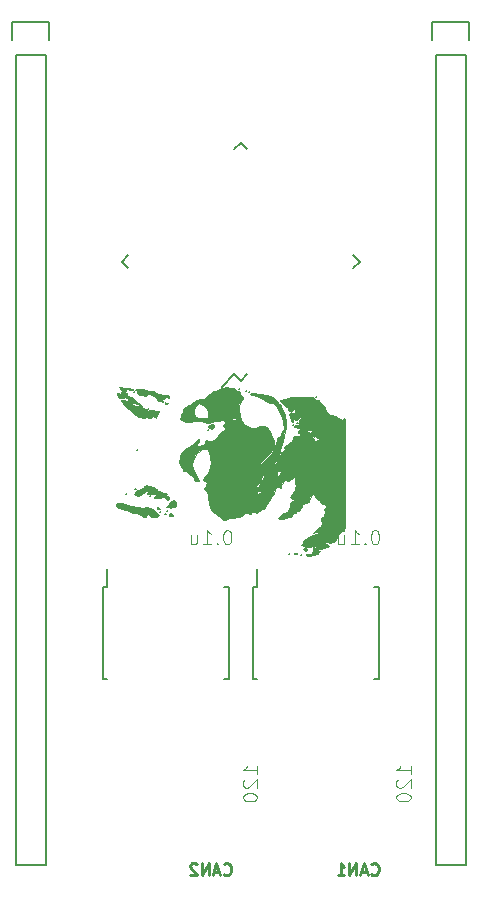
<source format=gbr>
G04 #@! TF.FileFunction,Legend,Bot*
%FSLAX46Y46*%
G04 Gerber Fmt 4.6, Leading zero omitted, Abs format (unit mm)*
G04 Created by KiCad (PCBNEW 4.0.5) date 01/02/17 19:36:28*
%MOMM*%
%LPD*%
G01*
G04 APERTURE LIST*
%ADD10C,0.100000*%
%ADD11C,0.250000*%
%ADD12C,0.150000*%
%ADD13C,0.010000*%
%ADD14C,0.101600*%
G04 APERTURE END LIST*
D10*
D11*
X17619047Y-71857143D02*
X17666666Y-71904762D01*
X17809523Y-71952381D01*
X17904761Y-71952381D01*
X18047619Y-71904762D01*
X18142857Y-71809524D01*
X18190476Y-71714286D01*
X18238095Y-71523810D01*
X18238095Y-71380952D01*
X18190476Y-71190476D01*
X18142857Y-71095238D01*
X18047619Y-71000000D01*
X17904761Y-70952381D01*
X17809523Y-70952381D01*
X17666666Y-71000000D01*
X17619047Y-71047619D01*
X17238095Y-71666667D02*
X16761904Y-71666667D01*
X17333333Y-71952381D02*
X17000000Y-70952381D01*
X16666666Y-71952381D01*
X16333333Y-71952381D02*
X16333333Y-70952381D01*
X15761904Y-71952381D01*
X15761904Y-70952381D01*
X15333333Y-71047619D02*
X15285714Y-71000000D01*
X15190476Y-70952381D01*
X14952380Y-70952381D01*
X14857142Y-71000000D01*
X14809523Y-71047619D01*
X14761904Y-71142857D01*
X14761904Y-71238095D01*
X14809523Y-71380952D01*
X15380952Y-71952381D01*
X14761904Y-71952381D01*
X30119047Y-71857143D02*
X30166666Y-71904762D01*
X30309523Y-71952381D01*
X30404761Y-71952381D01*
X30547619Y-71904762D01*
X30642857Y-71809524D01*
X30690476Y-71714286D01*
X30738095Y-71523810D01*
X30738095Y-71380952D01*
X30690476Y-71190476D01*
X30642857Y-71095238D01*
X30547619Y-71000000D01*
X30404761Y-70952381D01*
X30309523Y-70952381D01*
X30166666Y-71000000D01*
X30119047Y-71047619D01*
X29738095Y-71666667D02*
X29261904Y-71666667D01*
X29833333Y-71952381D02*
X29500000Y-70952381D01*
X29166666Y-71952381D01*
X28833333Y-71952381D02*
X28833333Y-70952381D01*
X28261904Y-71952381D01*
X28261904Y-70952381D01*
X27261904Y-71952381D02*
X27833333Y-71952381D01*
X27547619Y-71952381D02*
X27547619Y-70952381D01*
X27642857Y-71095238D01*
X27738095Y-71190476D01*
X27833333Y-71238095D01*
D12*
X38100000Y-2540000D02*
X38100000Y-71120000D01*
X38100000Y-71120000D02*
X35560000Y-71120000D01*
X35560000Y-71120000D02*
X35560000Y-2540000D01*
X35280000Y280000D02*
X35280000Y-1270000D01*
X35560000Y-2540000D02*
X38100000Y-2540000D01*
X38380000Y-1270000D02*
X38380000Y280000D01*
X38380000Y280000D02*
X35280000Y280000D01*
X19050000Y-30076272D02*
X18512599Y-29538870D01*
X29126272Y-20000000D02*
X28588870Y-19462599D01*
X19050000Y-9923728D02*
X19587401Y-10461130D01*
X8973728Y-20000000D02*
X9511130Y-20537401D01*
X19050000Y-30076272D02*
X19587401Y-29538870D01*
X8973728Y-20000000D02*
X9511130Y-19462599D01*
X19050000Y-9923728D02*
X18512599Y-10461130D01*
X29126272Y-20000000D02*
X28588870Y-20537401D01*
X18512599Y-29538870D02*
X17434261Y-30617208D01*
X7375000Y-47560000D02*
X7730000Y-47560000D01*
X7375000Y-55310000D02*
X7730000Y-55310000D01*
X18025000Y-55310000D02*
X17670000Y-55310000D01*
X18025000Y-47560000D02*
X17670000Y-47560000D01*
X7375000Y-47560000D02*
X7375000Y-55310000D01*
X18025000Y-47560000D02*
X18025000Y-55310000D01*
X7730000Y-47560000D02*
X7730000Y-46035000D01*
X20075000Y-47560000D02*
X20430000Y-47560000D01*
X20075000Y-55310000D02*
X20430000Y-55310000D01*
X30725000Y-55310000D02*
X30370000Y-55310000D01*
X30725000Y-47560000D02*
X30370000Y-47560000D01*
X20075000Y-47560000D02*
X20075000Y-55310000D01*
X30725000Y-47560000D02*
X30725000Y-55310000D01*
X20430000Y-47560000D02*
X20430000Y-46035000D01*
X2540000Y-2540000D02*
X2540000Y-71120000D01*
X2540000Y-71120000D02*
X0Y-71120000D01*
X0Y-71120000D02*
X0Y-2540000D01*
X-280000Y280000D02*
X-280000Y-1270000D01*
X0Y-2540000D02*
X2540000Y-2540000D01*
X2820000Y-1270000D02*
X2820000Y280000D01*
X2820000Y280000D02*
X-280000Y280000D01*
D13*
G36*
X13855110Y-37100508D02*
X13874634Y-37185333D01*
X13962301Y-37416042D01*
X14067206Y-37521236D01*
X14086357Y-37524000D01*
X14173762Y-37581225D01*
X14166485Y-37642912D01*
X14179603Y-37729156D01*
X14329533Y-37738917D01*
X14471921Y-37734547D01*
X14500161Y-37754060D01*
X14524187Y-37833323D01*
X14646295Y-37964551D01*
X14823714Y-38105719D01*
X14921096Y-38167646D01*
X15065841Y-38322896D01*
X15110055Y-38442813D01*
X15192233Y-38591365D01*
X15337161Y-38624666D01*
X15537211Y-38624666D01*
X15246605Y-38057197D01*
X15038688Y-37567668D01*
X14962530Y-37149241D01*
X15016090Y-36769232D01*
X15147892Y-36476233D01*
X15344284Y-36221392D01*
X15591366Y-36005272D01*
X15646204Y-35970653D01*
X15862510Y-35862599D01*
X16013557Y-35845068D01*
X16157916Y-35901552D01*
X16279049Y-35999153D01*
X16365938Y-36165477D01*
X16437850Y-36443087D01*
X16463418Y-36576465D01*
X16516656Y-37092778D01*
X16460054Y-37511058D01*
X16284400Y-37869463D01*
X16097297Y-38093270D01*
X15927433Y-38311058D01*
X15865197Y-38486851D01*
X15913600Y-38592130D01*
X16043233Y-38604999D01*
X16160377Y-38641358D01*
X16176298Y-38789202D01*
X16089813Y-39023390D01*
X16065133Y-39069456D01*
X15985027Y-39238812D01*
X16006459Y-39339573D01*
X16116423Y-39429548D01*
X16222822Y-39533626D01*
X16276379Y-39687409D01*
X16291828Y-39942636D01*
X16291277Y-40043509D01*
X16336143Y-40486283D01*
X16470181Y-40879322D01*
X16674570Y-41183569D01*
X16924500Y-41357756D01*
X17049316Y-41445006D01*
X17072666Y-41500676D01*
X17139682Y-41581393D01*
X17180850Y-41588000D01*
X17312972Y-41647108D01*
X17436031Y-41759680D01*
X17589727Y-41877259D01*
X17730014Y-41855483D01*
X17888963Y-41806665D01*
X18154497Y-41756021D01*
X18419271Y-41720449D01*
X18846795Y-41641821D01*
X19160484Y-41504239D01*
X19239324Y-41449418D01*
X19442615Y-41316879D01*
X19589222Y-41291948D01*
X19686319Y-41328105D01*
X19872016Y-41409692D01*
X19934673Y-41392696D01*
X19914483Y-41342871D01*
X19927741Y-41257418D01*
X20044932Y-41208148D01*
X20201585Y-41213492D01*
X20271662Y-41240754D01*
X20421636Y-41255744D01*
X20630122Y-41146199D01*
X20687719Y-41103840D01*
X20858264Y-40988639D01*
X20957268Y-40950559D01*
X20967333Y-40961789D01*
X21007923Y-40953127D01*
X21106470Y-40835438D01*
X21114842Y-40823672D01*
X21213467Y-40656158D01*
X21241842Y-40550833D01*
X21284283Y-40489614D01*
X21306000Y-40487333D01*
X21383791Y-40420007D01*
X21390666Y-40376298D01*
X21444334Y-40236768D01*
X21554901Y-40088977D01*
X21657046Y-39946871D01*
X21667790Y-39861346D01*
X21679120Y-39813106D01*
X21706939Y-39810000D01*
X21795690Y-39737534D01*
X21879721Y-39566614D01*
X21934495Y-39366956D01*
X21935474Y-39208274D01*
X21926411Y-39186441D01*
X21914796Y-39134970D01*
X21940802Y-39153098D01*
X22054588Y-39161337D01*
X22123709Y-39121565D01*
X22260173Y-39074593D01*
X22366271Y-39134275D01*
X22457932Y-39195834D01*
X22451370Y-39127945D01*
X22440906Y-39099773D01*
X22460355Y-38929409D01*
X22565988Y-38802682D01*
X22708564Y-38609282D01*
X22763038Y-38433661D01*
X22808344Y-38279497D01*
X22906904Y-38268648D01*
X22977086Y-38321730D01*
X22931552Y-38350926D01*
X22834748Y-38429930D01*
X22886538Y-38526011D01*
X23010056Y-38585736D01*
X23177430Y-38586361D01*
X23340573Y-38454162D01*
X23369889Y-38418849D01*
X23495080Y-38273479D01*
X23568173Y-38251726D01*
X23641786Y-38344136D01*
X23656217Y-38367407D01*
X23708838Y-38498573D01*
X23679479Y-38540000D01*
X23638878Y-38607271D01*
X23678774Y-38757210D01*
X23714370Y-39020283D01*
X23679657Y-39127077D01*
X23635652Y-39273986D01*
X23651423Y-39333201D01*
X23641661Y-39383113D01*
X23611999Y-39386666D01*
X23549666Y-39440364D01*
X23549666Y-39894666D01*
X23592000Y-39937000D01*
X23549666Y-39979333D01*
X23507333Y-39937000D01*
X23549666Y-39894666D01*
X23549666Y-39440364D01*
X23528412Y-39458674D01*
X23490045Y-39577166D01*
X23426893Y-39716102D01*
X23350863Y-39744402D01*
X23279693Y-39766862D01*
X23289900Y-39800670D01*
X23273098Y-39895415D01*
X23232694Y-39919676D01*
X23219690Y-39972471D01*
X23345777Y-40046607D01*
X23350942Y-40048685D01*
X23557740Y-40156184D01*
X23633337Y-40249844D01*
X23568345Y-40308426D01*
X23469996Y-40318000D01*
X23304787Y-40353718D01*
X23243679Y-40423833D01*
X23202570Y-40765631D01*
X23145522Y-40984404D01*
X23057365Y-41126458D01*
X22994193Y-41185379D01*
X22835375Y-41277630D01*
X22732173Y-41283533D01*
X22633710Y-41308476D01*
X22486148Y-41420986D01*
X22340572Y-41572112D01*
X22248070Y-41712906D01*
X22237333Y-41757673D01*
X22307855Y-41799774D01*
X22475698Y-41801545D01*
X22675271Y-41768862D01*
X22840986Y-41707597D01*
X22848788Y-41702911D01*
X23016603Y-41658203D01*
X23144465Y-41659773D01*
X23299141Y-41633674D01*
X23383268Y-41478608D01*
X23388238Y-41459647D01*
X23464360Y-41296889D01*
X23593093Y-41274305D01*
X23603055Y-41276756D01*
X23710718Y-41279125D01*
X23714120Y-41241437D01*
X23745190Y-41181750D01*
X23848929Y-41164666D01*
X24021606Y-41093838D01*
X24075467Y-40995333D01*
X24139984Y-40858135D01*
X24188652Y-40826000D01*
X24253725Y-40754289D01*
X24284611Y-40642227D01*
X24366406Y-40491181D01*
X24564137Y-40425034D01*
X24755323Y-40397049D01*
X24838472Y-40349505D01*
X24872034Y-40231904D01*
X24885789Y-40147137D01*
X24964031Y-39857465D01*
X25071795Y-39682437D01*
X25188833Y-39636531D01*
X25294903Y-39734226D01*
X25333131Y-39827217D01*
X25447835Y-40053353D01*
X25602994Y-40202838D01*
X25699640Y-40233333D01*
X25803588Y-40299709D01*
X25881880Y-40409918D01*
X25969996Y-40528312D01*
X26021939Y-40540949D01*
X26108432Y-40556020D01*
X26200788Y-40628693D01*
X26285504Y-40740204D01*
X26239826Y-40830804D01*
X26169542Y-40888377D01*
X26068511Y-40997531D01*
X26110833Y-41054437D01*
X26191573Y-41158926D01*
X26185783Y-41333354D01*
X26113653Y-41516191D01*
X26005000Y-41635349D01*
X26005000Y-42434666D01*
X26047333Y-42477000D01*
X26005000Y-42519333D01*
X25962666Y-42477000D01*
X26005000Y-42434666D01*
X26005000Y-41635349D01*
X25995373Y-41645907D01*
X25907975Y-41672666D01*
X25844293Y-41743635D01*
X25829619Y-41842000D01*
X25857315Y-41979691D01*
X25895611Y-42011333D01*
X25949246Y-42071214D01*
X25928706Y-42209575D01*
X25920333Y-42227048D01*
X25920333Y-43876592D01*
X25935478Y-43911530D01*
X25878000Y-43958666D01*
X25723651Y-44030310D01*
X25666333Y-44040740D01*
X25651188Y-44005802D01*
X25708666Y-43958666D01*
X25863015Y-43887022D01*
X25920333Y-43876592D01*
X25920333Y-42227048D01*
X25854475Y-42364491D01*
X25747037Y-42474037D01*
X25741574Y-42477000D01*
X25562957Y-42599157D01*
X25387444Y-42754320D01*
X25196359Y-42946973D01*
X25400943Y-42895626D01*
X25576787Y-42888902D01*
X25662093Y-42935806D01*
X25648242Y-43015115D01*
X25593524Y-43027333D01*
X25497000Y-43049411D01*
X25497000Y-43874000D01*
X25539333Y-43916333D01*
X25497000Y-43958666D01*
X25454666Y-43916333D01*
X25497000Y-43874000D01*
X25497000Y-43049411D01*
X25437502Y-43063021D01*
X25219008Y-43150503D01*
X25186361Y-43166183D01*
X24809625Y-43353818D01*
X24560121Y-43486850D01*
X24412201Y-43583484D01*
X24340215Y-43661926D01*
X24318516Y-43740385D01*
X24318389Y-43782312D01*
X24288740Y-43923410D01*
X24237955Y-43958666D01*
X24164604Y-43979722D01*
X24217849Y-44031118D01*
X24361895Y-44095202D01*
X24560950Y-44154320D01*
X24684465Y-44178894D01*
X24913330Y-44205619D01*
X25003368Y-44185443D01*
X24992956Y-44134401D01*
X24993104Y-44063054D01*
X25134832Y-44054879D01*
X25163960Y-44058006D01*
X25348976Y-44119249D01*
X25437553Y-44212666D01*
X25446786Y-44293493D01*
X25369040Y-44238896D01*
X25363650Y-44233833D01*
X25225771Y-44136838D01*
X25156854Y-44188943D01*
X25139279Y-44297333D01*
X25170574Y-44434836D01*
X25227095Y-44467963D01*
X25259912Y-44501211D01*
X25200666Y-44551333D01*
X25116361Y-44618582D01*
X25179987Y-44640438D01*
X25200666Y-44641980D01*
X25220356Y-44667101D01*
X25102844Y-44717539D01*
X25073666Y-44726602D01*
X24844851Y-44767070D01*
X24672032Y-44756122D01*
X24566450Y-44752540D01*
X24575257Y-44842130D01*
X24690091Y-44944251D01*
X24833721Y-44974666D01*
X24971182Y-44946996D01*
X24989713Y-44891154D01*
X25021333Y-44839415D01*
X25187782Y-44836746D01*
X25196383Y-44837715D01*
X25375589Y-44836463D01*
X25454489Y-44792131D01*
X25454666Y-44789230D01*
X25507194Y-44749049D01*
X25539333Y-44763000D01*
X25612910Y-44745158D01*
X25624000Y-44690385D01*
X25685666Y-44552030D01*
X25729833Y-44522739D01*
X25759531Y-44485466D01*
X25687500Y-44473350D01*
X25561636Y-44431297D01*
X25539333Y-44389926D01*
X25605654Y-44343428D01*
X25687771Y-44352003D01*
X25858586Y-44343552D01*
X26097405Y-44276952D01*
X26331715Y-44178699D01*
X26489007Y-44075292D01*
X26507327Y-44052512D01*
X26477748Y-44008035D01*
X26364950Y-44016240D01*
X26242479Y-44033799D01*
X26268728Y-43991525D01*
X26301333Y-43967307D01*
X26370378Y-43899045D01*
X26290980Y-43876501D01*
X26237833Y-43875296D01*
X26089128Y-43841293D01*
X26047333Y-43786436D01*
X26116067Y-43736675D01*
X26270954Y-43729192D01*
X26435024Y-43760836D01*
X26515154Y-43805599D01*
X26651855Y-43836740D01*
X26843917Y-43767272D01*
X27037020Y-43625595D01*
X27162891Y-43466960D01*
X27249696Y-43292420D01*
X27274416Y-43200731D01*
X27268917Y-43196666D01*
X27293712Y-43146915D01*
X27411521Y-43023520D01*
X27452334Y-42985000D01*
X27633188Y-42844389D01*
X27779677Y-42774911D01*
X27795363Y-42773333D01*
X27820212Y-42749462D01*
X27841314Y-42669984D01*
X27858943Y-42523102D01*
X27873373Y-42297015D01*
X27884880Y-41979927D01*
X27893738Y-41560039D01*
X27900220Y-41025552D01*
X27904602Y-40364669D01*
X27907157Y-39565590D01*
X27908161Y-38616519D01*
X27908117Y-37926166D01*
X27907515Y-36898897D01*
X27906309Y-36028638D01*
X27904108Y-35303067D01*
X27900519Y-34709862D01*
X27895150Y-34236699D01*
X27887610Y-33871256D01*
X27877507Y-33601210D01*
X27864447Y-33414240D01*
X27848040Y-33298021D01*
X27827894Y-33240232D01*
X27803615Y-33228550D01*
X27774813Y-33250652D01*
X27759950Y-33268753D01*
X27613666Y-33458507D01*
X27232666Y-33205125D01*
X27000905Y-33070296D01*
X26815037Y-32996248D01*
X26744159Y-32992189D01*
X26598508Y-32968888D01*
X26426858Y-32845824D01*
X26282041Y-32673097D01*
X26216889Y-32500808D01*
X26216666Y-32491956D01*
X26157819Y-32324394D01*
X26011598Y-32126189D01*
X25962666Y-32076714D01*
X25803395Y-31909739D01*
X25715015Y-31784749D01*
X25708666Y-31762147D01*
X25646238Y-31721920D01*
X25580588Y-31736462D01*
X25440716Y-31732979D01*
X25301612Y-31660490D01*
X25230483Y-31561608D01*
X25238675Y-31519663D01*
X25177678Y-31490837D01*
X25032738Y-31470901D01*
X25032738Y-34253210D01*
X25114753Y-34293438D01*
X25116000Y-34302355D01*
X25063929Y-34402738D01*
X25010166Y-34465114D01*
X24959669Y-34541484D01*
X24989000Y-34545817D01*
X25096774Y-34576554D01*
X25266869Y-34681710D01*
X25450654Y-34823036D01*
X25599496Y-34962286D01*
X25664761Y-35061210D01*
X25662235Y-35075297D01*
X25560168Y-35140908D01*
X25447611Y-35179710D01*
X25326071Y-35199199D01*
X25314066Y-35181044D01*
X25291461Y-35099361D01*
X25174682Y-34963210D01*
X25164874Y-34953947D01*
X25158333Y-34946047D01*
X25158333Y-35238000D01*
X25200666Y-35280333D01*
X25158333Y-35322666D01*
X25116000Y-35280333D01*
X25158333Y-35238000D01*
X25158333Y-34946047D01*
X25002339Y-34757625D01*
X24908451Y-34575710D01*
X24815232Y-34431669D01*
X24720276Y-34427601D01*
X24627651Y-34424459D01*
X24629064Y-34370224D01*
X24715845Y-34301923D01*
X24875085Y-34259479D01*
X25032738Y-34253210D01*
X25032738Y-31470901D01*
X24983818Y-31464172D01*
X24693549Y-31444019D01*
X24561691Y-31438852D01*
X24203818Y-31440284D01*
X23811174Y-31462046D01*
X23419730Y-31499482D01*
X23065456Y-31547937D01*
X22784323Y-31602755D01*
X22612301Y-31659281D01*
X22576000Y-31695852D01*
X22512427Y-31726279D01*
X22436111Y-31707671D01*
X22367231Y-31710820D01*
X22396345Y-31796339D01*
X22496507Y-31932299D01*
X22640774Y-32086771D01*
X22802202Y-32227824D01*
X22953848Y-32323530D01*
X22957000Y-32324941D01*
X23098729Y-32399915D01*
X23119454Y-32439204D01*
X23107823Y-32440685D01*
X23040939Y-32504217D01*
X23049814Y-32561701D01*
X23140549Y-32635368D01*
X23291364Y-32665518D01*
X23428723Y-32648746D01*
X23479086Y-32581644D01*
X23479074Y-32581583D01*
X23528876Y-32486863D01*
X23553078Y-32474612D01*
X23609932Y-32519000D01*
X23633025Y-32662810D01*
X23622160Y-32839492D01*
X23577142Y-32982496D01*
X23554658Y-33011045D01*
X23519079Y-33019241D01*
X23537873Y-32978370D01*
X23532683Y-32864772D01*
X23425301Y-32784909D01*
X23282869Y-32772830D01*
X23209161Y-32811677D01*
X23155940Y-32918953D01*
X23189924Y-33095880D01*
X23231166Y-33203962D01*
X23333370Y-33422782D01*
X23422132Y-33565724D01*
X23478289Y-33611507D01*
X23482679Y-33538848D01*
X23462303Y-33460663D01*
X23428549Y-33318853D01*
X23469864Y-33312912D01*
X23532041Y-33360705D01*
X23686008Y-33427923D01*
X23842959Y-33376960D01*
X23961878Y-33277898D01*
X23973990Y-33207602D01*
X23989783Y-33104318D01*
X24027033Y-33071768D01*
X24086414Y-33060366D01*
X24065751Y-33108251D01*
X24069022Y-33194903D01*
X24111185Y-33206000D01*
X24136221Y-33245225D01*
X24055878Y-33323838D01*
X23947948Y-33432591D01*
X23979023Y-33541177D01*
X24007729Y-33577838D01*
X24071496Y-33687422D01*
X24020703Y-33714000D01*
X23957581Y-33760819D01*
X23968120Y-33790770D01*
X23943159Y-33836121D01*
X23861368Y-33827217D01*
X23688775Y-33854761D01*
X23586085Y-33936032D01*
X23529330Y-34027185D01*
X23564983Y-34025204D01*
X23686612Y-34020900D01*
X23718338Y-34051596D01*
X23831180Y-34098960D01*
X23978188Y-34086132D01*
X24143615Y-34063019D01*
X24166539Y-34117598D01*
X24047788Y-34257326D01*
X24002005Y-34300911D01*
X23884642Y-34425396D01*
X23890713Y-34490815D01*
X23959672Y-34524934D01*
X24080346Y-34632426D01*
X24100000Y-34703346D01*
X24051451Y-34785675D01*
X23884588Y-34806443D01*
X23782500Y-34800121D01*
X23575812Y-34792937D01*
X23491465Y-34837244D01*
X23484622Y-34957577D01*
X23485168Y-34962833D01*
X23467923Y-35110650D01*
X23416671Y-35153333D01*
X23367035Y-35205262D01*
X23380333Y-35238000D01*
X23361139Y-35310483D01*
X23338000Y-35315144D01*
X23338000Y-35661333D01*
X23407690Y-35692311D01*
X23394444Y-35717777D01*
X23293964Y-35727910D01*
X23281555Y-35717777D01*
X23293177Y-35667443D01*
X23338000Y-35661333D01*
X23338000Y-35315144D01*
X23300663Y-35322666D01*
X23184808Y-35366043D01*
X23168666Y-35405720D01*
X23096651Y-35485183D01*
X22957000Y-35540759D01*
X22957000Y-36677333D01*
X22999333Y-36719666D01*
X22957000Y-36762000D01*
X22914666Y-36719666D01*
X22957000Y-36677333D01*
X22957000Y-35540759D01*
X22949255Y-35543842D01*
X22790647Y-35616466D01*
X22761191Y-35754069D01*
X22768988Y-35803674D01*
X22764444Y-35962156D01*
X22649133Y-36072731D01*
X22618333Y-36087827D01*
X22618333Y-37185333D01*
X22660666Y-37227666D01*
X22618333Y-37270000D01*
X22576000Y-37227666D01*
X22618333Y-37185333D01*
X22618333Y-36087827D01*
X22543898Y-36124312D01*
X22397731Y-36201289D01*
X22371877Y-36244457D01*
X22385500Y-36247093D01*
X22482523Y-36302190D01*
X22465582Y-36389165D01*
X22371824Y-36423333D01*
X22284746Y-36361242D01*
X22282792Y-36226001D01*
X22347771Y-36115339D01*
X22395843Y-35990677D01*
X22406666Y-35875822D01*
X22439376Y-35692134D01*
X22481959Y-35614766D01*
X22574020Y-35443431D01*
X22665054Y-35150873D01*
X22748550Y-34779536D01*
X22817996Y-34371864D01*
X22866884Y-33970303D01*
X22888700Y-33617294D01*
X22876934Y-33355284D01*
X22844973Y-33248333D01*
X22787104Y-33095631D01*
X22768291Y-33007705D01*
X22701214Y-32816901D01*
X22617675Y-32671367D01*
X22519511Y-32475462D01*
X22491333Y-32341211D01*
X22425270Y-32181463D01*
X22322000Y-32085684D01*
X22188365Y-31949850D01*
X22152666Y-31844811D01*
X22074413Y-31702336D01*
X21862686Y-31553007D01*
X21552034Y-31410996D01*
X21177007Y-31290474D01*
X20772155Y-31205611D01*
X20525577Y-31177429D01*
X20180600Y-31161764D01*
X19939681Y-31169368D01*
X19817665Y-31195714D01*
X19829400Y-31236278D01*
X19989729Y-31286533D01*
X20097147Y-31308037D01*
X20630840Y-31476801D01*
X21163286Y-31795731D01*
X21189717Y-31815333D01*
X21368778Y-31929775D01*
X21487827Y-31970290D01*
X21503274Y-31964503D01*
X21613012Y-31946137D01*
X21765718Y-31969275D01*
X21903954Y-32042846D01*
X22044038Y-32210018D01*
X22207802Y-32499344D01*
X22275168Y-32635609D01*
X22424471Y-32969665D01*
X22545463Y-33285795D01*
X22614739Y-33522101D01*
X22618878Y-33544666D01*
X22663856Y-33788416D01*
X22707777Y-33976149D01*
X22710063Y-33983870D01*
X22709785Y-34176652D01*
X22674569Y-34280204D01*
X22579661Y-34471966D01*
X22486904Y-34666500D01*
X22376098Y-34831804D01*
X22265359Y-34899333D01*
X22165860Y-34967497D01*
X22159722Y-34995402D01*
X22159722Y-37694629D01*
X22343166Y-37711338D01*
X22429086Y-37743975D01*
X22448099Y-37862874D01*
X22386577Y-38021607D01*
X22283441Y-38139991D01*
X22227634Y-38159000D01*
X22138331Y-38089456D01*
X22125414Y-37990902D01*
X22093356Y-37822642D01*
X22040747Y-37759365D01*
X22030814Y-37712448D01*
X22159722Y-37694629D01*
X22159722Y-34995402D01*
X22152666Y-35027482D01*
X22114890Y-35211259D01*
X22076706Y-35302648D01*
X22001466Y-35459674D01*
X22001466Y-36869800D01*
X22058533Y-36883149D01*
X22148440Y-36992531D01*
X22077765Y-37089355D01*
X21983333Y-37125198D01*
X21841533Y-37135620D01*
X21832437Y-37048958D01*
X21890497Y-36941652D01*
X22001466Y-36869800D01*
X22001466Y-35459674D01*
X21984057Y-35496007D01*
X21910818Y-35661333D01*
X21857291Y-35773709D01*
X21841829Y-35750912D01*
X21859041Y-35578116D01*
X21864625Y-35534333D01*
X21854165Y-35177721D01*
X21734179Y-34860264D01*
X21729333Y-34850086D01*
X21729333Y-35915333D01*
X21800877Y-35940225D01*
X21787546Y-36024935D01*
X21679556Y-36184515D01*
X21467125Y-36434016D01*
X21433000Y-36471210D01*
X21433000Y-37608666D01*
X21475333Y-37651000D01*
X21433000Y-37693333D01*
X21390666Y-37651000D01*
X21433000Y-37608666D01*
X21433000Y-36471210D01*
X21210194Y-36714061D01*
X20958130Y-36976314D01*
X20925000Y-37008505D01*
X20925000Y-38116666D01*
X21038364Y-38157367D01*
X21015364Y-38284988D01*
X20927692Y-38417984D01*
X20882666Y-38470798D01*
X20882666Y-38878666D01*
X20965132Y-38907553D01*
X20967333Y-38916003D01*
X20908004Y-38988289D01*
X20882666Y-39005666D01*
X20804647Y-38998953D01*
X20798000Y-38968330D01*
X20859460Y-38882112D01*
X20882666Y-38878666D01*
X20882666Y-38470798D01*
X20838439Y-38522676D01*
X20806099Y-38487588D01*
X20800692Y-38349500D01*
X20839063Y-38163017D01*
X20925000Y-38116666D01*
X20925000Y-37008505D01*
X20776663Y-37152638D01*
X20776663Y-39413455D01*
X20787725Y-39487674D01*
X20703483Y-39592675D01*
X20637130Y-39636137D01*
X20496165Y-39675533D01*
X20428120Y-39596782D01*
X20423827Y-39488547D01*
X20455065Y-39471333D01*
X20594240Y-39443510D01*
X20664075Y-39419941D01*
X20776663Y-39413455D01*
X20776663Y-37152638D01*
X20749349Y-37179179D01*
X20718529Y-37205500D01*
X20718529Y-38624666D01*
X20763062Y-38681401D01*
X20728739Y-38812024D01*
X20641178Y-38957160D01*
X20579277Y-39012595D01*
X20579277Y-39224017D01*
X20689091Y-39239584D01*
X20690402Y-39268486D01*
X20577085Y-39288697D01*
X20528125Y-39275170D01*
X20496054Y-39237575D01*
X20579277Y-39224017D01*
X20579277Y-39012595D01*
X20533424Y-39053660D01*
X20405138Y-39094632D01*
X20374666Y-39036478D01*
X20427833Y-38901070D01*
X20547923Y-38744546D01*
X20675822Y-38637704D01*
X20718529Y-38624666D01*
X20718529Y-37205500D01*
X20609408Y-37298695D01*
X20564875Y-37319097D01*
X20600343Y-37243405D01*
X20729314Y-37072990D01*
X20929192Y-36836395D01*
X21084014Y-36663292D01*
X21322732Y-36395334D01*
X21510878Y-36171963D01*
X21623583Y-36023392D01*
X21644666Y-35982166D01*
X21709592Y-35917179D01*
X21729333Y-35915333D01*
X21729333Y-34850086D01*
X21627826Y-34636871D01*
X21566189Y-34471409D01*
X21560000Y-34436066D01*
X21506808Y-34321230D01*
X21375175Y-34149218D01*
X21337648Y-34107473D01*
X21220028Y-33988238D01*
X21113247Y-33924949D01*
X20975250Y-33915791D01*
X20763984Y-33958952D01*
X20437391Y-34052618D01*
X20390268Y-34066626D01*
X20160079Y-34123913D01*
X19984381Y-34120538D01*
X19785931Y-34046281D01*
X19628268Y-33965810D01*
X19296587Y-33736977D01*
X19081446Y-33446809D01*
X18966575Y-33063311D01*
X18935464Y-32603584D01*
X18950036Y-32249527D01*
X19001656Y-32009915D01*
X19101881Y-31831790D01*
X19104666Y-31828230D01*
X19246368Y-31604872D01*
X19254852Y-31468992D01*
X19147000Y-31428000D01*
X19044580Y-31354861D01*
X19020000Y-31224615D01*
X18968834Y-31053930D01*
X18790431Y-30941687D01*
X18759649Y-30930473D01*
X18596148Y-30848937D01*
X18563626Y-30800752D01*
X18563626Y-33240183D01*
X18655483Y-33315649D01*
X18609404Y-33393891D01*
X18454325Y-33448925D01*
X18318831Y-33460000D01*
X18050988Y-33460000D01*
X18243088Y-33325448D01*
X18428703Y-33241820D01*
X18563626Y-33240183D01*
X18563626Y-30800752D01*
X18543273Y-30770596D01*
X18546444Y-30763430D01*
X18500675Y-30725596D01*
X18427333Y-30721812D01*
X18427333Y-31597333D01*
X18497023Y-31628311D01*
X18483777Y-31653777D01*
X18383298Y-31663910D01*
X18370888Y-31653777D01*
X18382511Y-31603443D01*
X18427333Y-31597333D01*
X18427333Y-30721812D01*
X18326806Y-30716624D01*
X18192961Y-30725332D01*
X17961526Y-30739340D01*
X17880546Y-30719854D01*
X17919333Y-30673721D01*
X17985682Y-30599547D01*
X17945496Y-30582629D01*
X17810456Y-30642941D01*
X17792333Y-30666000D01*
X17678165Y-30726421D01*
X17484955Y-30750666D01*
X17257689Y-30791319D01*
X17102904Y-30877666D01*
X16915533Y-30984240D01*
X16799411Y-31004666D01*
X16642970Y-31062504D01*
X16433718Y-31210696D01*
X16301153Y-31332916D01*
X16117787Y-31507559D01*
X15985082Y-31610942D01*
X15942461Y-31624238D01*
X15829610Y-31613673D01*
X15619586Y-31662184D01*
X15438729Y-31724545D01*
X15438729Y-32020666D01*
X15656732Y-32077404D01*
X15910586Y-32217912D01*
X16125661Y-32397634D01*
X16178527Y-32462355D01*
X16277802Y-32684836D01*
X16308373Y-32929877D01*
X16270380Y-33136415D01*
X16176741Y-33239274D01*
X15995199Y-33277214D01*
X15790175Y-33290666D01*
X15434979Y-33227330D01*
X15197352Y-33052027D01*
X15091568Y-32786814D01*
X15131903Y-32453749D01*
X15175780Y-32341340D01*
X15292105Y-32141166D01*
X15407740Y-32029225D01*
X15438729Y-32020666D01*
X15438729Y-31724545D01*
X15365044Y-31749953D01*
X15118639Y-31857159D01*
X14933027Y-31963982D01*
X14866805Y-32029127D01*
X14769370Y-32141375D01*
X14704131Y-32148983D01*
X14594019Y-32167598D01*
X14436617Y-32279352D01*
X14279239Y-32437036D01*
X14169202Y-32593439D01*
X14152511Y-32699367D01*
X14156294Y-32823963D01*
X14121455Y-32859841D01*
X14040436Y-32977360D01*
X13974670Y-33180993D01*
X13973024Y-33189042D01*
X13950387Y-33375643D01*
X14000592Y-33449435D01*
X14093753Y-33460000D01*
X14261173Y-33498017D01*
X14322885Y-33547717D01*
X14440316Y-33594539D01*
X14672830Y-33589661D01*
X14730048Y-33581968D01*
X15149948Y-33520727D01*
X15442103Y-33487706D01*
X15645778Y-33483159D01*
X15800238Y-33507338D01*
X15944745Y-33560498D01*
X16009169Y-33590224D01*
X16213615Y-33676577D01*
X16366775Y-33690020D01*
X16552665Y-33629550D01*
X16659416Y-33582453D01*
X16895683Y-33510638D01*
X17195435Y-33464726D01*
X17502505Y-33447654D01*
X17760728Y-33462360D01*
X17913939Y-33511784D01*
X17919200Y-33516541D01*
X17892151Y-33588047D01*
X17771705Y-33697371D01*
X17611963Y-33799149D01*
X17547493Y-33828230D01*
X17525644Y-33896702D01*
X17606441Y-33981684D01*
X17702287Y-34125391D01*
X17692104Y-34275693D01*
X17591743Y-34367879D01*
X17510918Y-34371665D01*
X17378319Y-34422965D01*
X17272048Y-34560727D01*
X17139128Y-34763900D01*
X16952168Y-34979069D01*
X16929745Y-35001028D01*
X16749091Y-35148819D01*
X16691666Y-35163204D01*
X16691666Y-36423333D01*
X16734000Y-36465666D01*
X16691666Y-36508000D01*
X16649333Y-36465666D01*
X16691666Y-36423333D01*
X16691666Y-35163204D01*
X16607000Y-35184414D01*
X16607000Y-36169333D01*
X16649333Y-36211666D01*
X16607000Y-36254000D01*
X16564666Y-36211666D01*
X16607000Y-36169333D01*
X16607000Y-35184414D01*
X16583485Y-35190305D01*
X16368321Y-35156788D01*
X16145270Y-35121847D01*
X16032309Y-35154445D01*
X15996401Y-35211866D01*
X16013843Y-35361263D01*
X16065495Y-35414581D01*
X16119041Y-35471594D01*
X16017847Y-35490410D01*
X15997150Y-35490703D01*
X15775812Y-35527273D01*
X15594626Y-35590419D01*
X15411546Y-35640622D01*
X15307829Y-35612603D01*
X15318089Y-35527139D01*
X15383879Y-35463910D01*
X15469852Y-35343439D01*
X15510405Y-35185172D01*
X15499830Y-35052472D01*
X15432419Y-35008702D01*
X15424690Y-35010844D01*
X15322023Y-35102325D01*
X15242728Y-35227125D01*
X15117287Y-35392655D01*
X14920042Y-35576669D01*
X14705910Y-35735151D01*
X14529810Y-35824083D01*
X14489724Y-35830666D01*
X14332061Y-35901378D01*
X14158471Y-36077387D01*
X14009929Y-36304509D01*
X13927413Y-36528554D01*
X13921763Y-36581718D01*
X13899029Y-36764896D01*
X13854250Y-36846406D01*
X13851451Y-36846666D01*
X13831145Y-36919000D01*
X13855110Y-37100508D01*
X13855110Y-37100508D01*
G37*
X13855110Y-37100508D02*
X13874634Y-37185333D01*
X13962301Y-37416042D01*
X14067206Y-37521236D01*
X14086357Y-37524000D01*
X14173762Y-37581225D01*
X14166485Y-37642912D01*
X14179603Y-37729156D01*
X14329533Y-37738917D01*
X14471921Y-37734547D01*
X14500161Y-37754060D01*
X14524187Y-37833323D01*
X14646295Y-37964551D01*
X14823714Y-38105719D01*
X14921096Y-38167646D01*
X15065841Y-38322896D01*
X15110055Y-38442813D01*
X15192233Y-38591365D01*
X15337161Y-38624666D01*
X15537211Y-38624666D01*
X15246605Y-38057197D01*
X15038688Y-37567668D01*
X14962530Y-37149241D01*
X15016090Y-36769232D01*
X15147892Y-36476233D01*
X15344284Y-36221392D01*
X15591366Y-36005272D01*
X15646204Y-35970653D01*
X15862510Y-35862599D01*
X16013557Y-35845068D01*
X16157916Y-35901552D01*
X16279049Y-35999153D01*
X16365938Y-36165477D01*
X16437850Y-36443087D01*
X16463418Y-36576465D01*
X16516656Y-37092778D01*
X16460054Y-37511058D01*
X16284400Y-37869463D01*
X16097297Y-38093270D01*
X15927433Y-38311058D01*
X15865197Y-38486851D01*
X15913600Y-38592130D01*
X16043233Y-38604999D01*
X16160377Y-38641358D01*
X16176298Y-38789202D01*
X16089813Y-39023390D01*
X16065133Y-39069456D01*
X15985027Y-39238812D01*
X16006459Y-39339573D01*
X16116423Y-39429548D01*
X16222822Y-39533626D01*
X16276379Y-39687409D01*
X16291828Y-39942636D01*
X16291277Y-40043509D01*
X16336143Y-40486283D01*
X16470181Y-40879322D01*
X16674570Y-41183569D01*
X16924500Y-41357756D01*
X17049316Y-41445006D01*
X17072666Y-41500676D01*
X17139682Y-41581393D01*
X17180850Y-41588000D01*
X17312972Y-41647108D01*
X17436031Y-41759680D01*
X17589727Y-41877259D01*
X17730014Y-41855483D01*
X17888963Y-41806665D01*
X18154497Y-41756021D01*
X18419271Y-41720449D01*
X18846795Y-41641821D01*
X19160484Y-41504239D01*
X19239324Y-41449418D01*
X19442615Y-41316879D01*
X19589222Y-41291948D01*
X19686319Y-41328105D01*
X19872016Y-41409692D01*
X19934673Y-41392696D01*
X19914483Y-41342871D01*
X19927741Y-41257418D01*
X20044932Y-41208148D01*
X20201585Y-41213492D01*
X20271662Y-41240754D01*
X20421636Y-41255744D01*
X20630122Y-41146199D01*
X20687719Y-41103840D01*
X20858264Y-40988639D01*
X20957268Y-40950559D01*
X20967333Y-40961789D01*
X21007923Y-40953127D01*
X21106470Y-40835438D01*
X21114842Y-40823672D01*
X21213467Y-40656158D01*
X21241842Y-40550833D01*
X21284283Y-40489614D01*
X21306000Y-40487333D01*
X21383791Y-40420007D01*
X21390666Y-40376298D01*
X21444334Y-40236768D01*
X21554901Y-40088977D01*
X21657046Y-39946871D01*
X21667790Y-39861346D01*
X21679120Y-39813106D01*
X21706939Y-39810000D01*
X21795690Y-39737534D01*
X21879721Y-39566614D01*
X21934495Y-39366956D01*
X21935474Y-39208274D01*
X21926411Y-39186441D01*
X21914796Y-39134970D01*
X21940802Y-39153098D01*
X22054588Y-39161337D01*
X22123709Y-39121565D01*
X22260173Y-39074593D01*
X22366271Y-39134275D01*
X22457932Y-39195834D01*
X22451370Y-39127945D01*
X22440906Y-39099773D01*
X22460355Y-38929409D01*
X22565988Y-38802682D01*
X22708564Y-38609282D01*
X22763038Y-38433661D01*
X22808344Y-38279497D01*
X22906904Y-38268648D01*
X22977086Y-38321730D01*
X22931552Y-38350926D01*
X22834748Y-38429930D01*
X22886538Y-38526011D01*
X23010056Y-38585736D01*
X23177430Y-38586361D01*
X23340573Y-38454162D01*
X23369889Y-38418849D01*
X23495080Y-38273479D01*
X23568173Y-38251726D01*
X23641786Y-38344136D01*
X23656217Y-38367407D01*
X23708838Y-38498573D01*
X23679479Y-38540000D01*
X23638878Y-38607271D01*
X23678774Y-38757210D01*
X23714370Y-39020283D01*
X23679657Y-39127077D01*
X23635652Y-39273986D01*
X23651423Y-39333201D01*
X23641661Y-39383113D01*
X23611999Y-39386666D01*
X23549666Y-39440364D01*
X23549666Y-39894666D01*
X23592000Y-39937000D01*
X23549666Y-39979333D01*
X23507333Y-39937000D01*
X23549666Y-39894666D01*
X23549666Y-39440364D01*
X23528412Y-39458674D01*
X23490045Y-39577166D01*
X23426893Y-39716102D01*
X23350863Y-39744402D01*
X23279693Y-39766862D01*
X23289900Y-39800670D01*
X23273098Y-39895415D01*
X23232694Y-39919676D01*
X23219690Y-39972471D01*
X23345777Y-40046607D01*
X23350942Y-40048685D01*
X23557740Y-40156184D01*
X23633337Y-40249844D01*
X23568345Y-40308426D01*
X23469996Y-40318000D01*
X23304787Y-40353718D01*
X23243679Y-40423833D01*
X23202570Y-40765631D01*
X23145522Y-40984404D01*
X23057365Y-41126458D01*
X22994193Y-41185379D01*
X22835375Y-41277630D01*
X22732173Y-41283533D01*
X22633710Y-41308476D01*
X22486148Y-41420986D01*
X22340572Y-41572112D01*
X22248070Y-41712906D01*
X22237333Y-41757673D01*
X22307855Y-41799774D01*
X22475698Y-41801545D01*
X22675271Y-41768862D01*
X22840986Y-41707597D01*
X22848788Y-41702911D01*
X23016603Y-41658203D01*
X23144465Y-41659773D01*
X23299141Y-41633674D01*
X23383268Y-41478608D01*
X23388238Y-41459647D01*
X23464360Y-41296889D01*
X23593093Y-41274305D01*
X23603055Y-41276756D01*
X23710718Y-41279125D01*
X23714120Y-41241437D01*
X23745190Y-41181750D01*
X23848929Y-41164666D01*
X24021606Y-41093838D01*
X24075467Y-40995333D01*
X24139984Y-40858135D01*
X24188652Y-40826000D01*
X24253725Y-40754289D01*
X24284611Y-40642227D01*
X24366406Y-40491181D01*
X24564137Y-40425034D01*
X24755323Y-40397049D01*
X24838472Y-40349505D01*
X24872034Y-40231904D01*
X24885789Y-40147137D01*
X24964031Y-39857465D01*
X25071795Y-39682437D01*
X25188833Y-39636531D01*
X25294903Y-39734226D01*
X25333131Y-39827217D01*
X25447835Y-40053353D01*
X25602994Y-40202838D01*
X25699640Y-40233333D01*
X25803588Y-40299709D01*
X25881880Y-40409918D01*
X25969996Y-40528312D01*
X26021939Y-40540949D01*
X26108432Y-40556020D01*
X26200788Y-40628693D01*
X26285504Y-40740204D01*
X26239826Y-40830804D01*
X26169542Y-40888377D01*
X26068511Y-40997531D01*
X26110833Y-41054437D01*
X26191573Y-41158926D01*
X26185783Y-41333354D01*
X26113653Y-41516191D01*
X26005000Y-41635349D01*
X26005000Y-42434666D01*
X26047333Y-42477000D01*
X26005000Y-42519333D01*
X25962666Y-42477000D01*
X26005000Y-42434666D01*
X26005000Y-41635349D01*
X25995373Y-41645907D01*
X25907975Y-41672666D01*
X25844293Y-41743635D01*
X25829619Y-41842000D01*
X25857315Y-41979691D01*
X25895611Y-42011333D01*
X25949246Y-42071214D01*
X25928706Y-42209575D01*
X25920333Y-42227048D01*
X25920333Y-43876592D01*
X25935478Y-43911530D01*
X25878000Y-43958666D01*
X25723651Y-44030310D01*
X25666333Y-44040740D01*
X25651188Y-44005802D01*
X25708666Y-43958666D01*
X25863015Y-43887022D01*
X25920333Y-43876592D01*
X25920333Y-42227048D01*
X25854475Y-42364491D01*
X25747037Y-42474037D01*
X25741574Y-42477000D01*
X25562957Y-42599157D01*
X25387444Y-42754320D01*
X25196359Y-42946973D01*
X25400943Y-42895626D01*
X25576787Y-42888902D01*
X25662093Y-42935806D01*
X25648242Y-43015115D01*
X25593524Y-43027333D01*
X25497000Y-43049411D01*
X25497000Y-43874000D01*
X25539333Y-43916333D01*
X25497000Y-43958666D01*
X25454666Y-43916333D01*
X25497000Y-43874000D01*
X25497000Y-43049411D01*
X25437502Y-43063021D01*
X25219008Y-43150503D01*
X25186361Y-43166183D01*
X24809625Y-43353818D01*
X24560121Y-43486850D01*
X24412201Y-43583484D01*
X24340215Y-43661926D01*
X24318516Y-43740385D01*
X24318389Y-43782312D01*
X24288740Y-43923410D01*
X24237955Y-43958666D01*
X24164604Y-43979722D01*
X24217849Y-44031118D01*
X24361895Y-44095202D01*
X24560950Y-44154320D01*
X24684465Y-44178894D01*
X24913330Y-44205619D01*
X25003368Y-44185443D01*
X24992956Y-44134401D01*
X24993104Y-44063054D01*
X25134832Y-44054879D01*
X25163960Y-44058006D01*
X25348976Y-44119249D01*
X25437553Y-44212666D01*
X25446786Y-44293493D01*
X25369040Y-44238896D01*
X25363650Y-44233833D01*
X25225771Y-44136838D01*
X25156854Y-44188943D01*
X25139279Y-44297333D01*
X25170574Y-44434836D01*
X25227095Y-44467963D01*
X25259912Y-44501211D01*
X25200666Y-44551333D01*
X25116361Y-44618582D01*
X25179987Y-44640438D01*
X25200666Y-44641980D01*
X25220356Y-44667101D01*
X25102844Y-44717539D01*
X25073666Y-44726602D01*
X24844851Y-44767070D01*
X24672032Y-44756122D01*
X24566450Y-44752540D01*
X24575257Y-44842130D01*
X24690091Y-44944251D01*
X24833721Y-44974666D01*
X24971182Y-44946996D01*
X24989713Y-44891154D01*
X25021333Y-44839415D01*
X25187782Y-44836746D01*
X25196383Y-44837715D01*
X25375589Y-44836463D01*
X25454489Y-44792131D01*
X25454666Y-44789230D01*
X25507194Y-44749049D01*
X25539333Y-44763000D01*
X25612910Y-44745158D01*
X25624000Y-44690385D01*
X25685666Y-44552030D01*
X25729833Y-44522739D01*
X25759531Y-44485466D01*
X25687500Y-44473350D01*
X25561636Y-44431297D01*
X25539333Y-44389926D01*
X25605654Y-44343428D01*
X25687771Y-44352003D01*
X25858586Y-44343552D01*
X26097405Y-44276952D01*
X26331715Y-44178699D01*
X26489007Y-44075292D01*
X26507327Y-44052512D01*
X26477748Y-44008035D01*
X26364950Y-44016240D01*
X26242479Y-44033799D01*
X26268728Y-43991525D01*
X26301333Y-43967307D01*
X26370378Y-43899045D01*
X26290980Y-43876501D01*
X26237833Y-43875296D01*
X26089128Y-43841293D01*
X26047333Y-43786436D01*
X26116067Y-43736675D01*
X26270954Y-43729192D01*
X26435024Y-43760836D01*
X26515154Y-43805599D01*
X26651855Y-43836740D01*
X26843917Y-43767272D01*
X27037020Y-43625595D01*
X27162891Y-43466960D01*
X27249696Y-43292420D01*
X27274416Y-43200731D01*
X27268917Y-43196666D01*
X27293712Y-43146915D01*
X27411521Y-43023520D01*
X27452334Y-42985000D01*
X27633188Y-42844389D01*
X27779677Y-42774911D01*
X27795363Y-42773333D01*
X27820212Y-42749462D01*
X27841314Y-42669984D01*
X27858943Y-42523102D01*
X27873373Y-42297015D01*
X27884880Y-41979927D01*
X27893738Y-41560039D01*
X27900220Y-41025552D01*
X27904602Y-40364669D01*
X27907157Y-39565590D01*
X27908161Y-38616519D01*
X27908117Y-37926166D01*
X27907515Y-36898897D01*
X27906309Y-36028638D01*
X27904108Y-35303067D01*
X27900519Y-34709862D01*
X27895150Y-34236699D01*
X27887610Y-33871256D01*
X27877507Y-33601210D01*
X27864447Y-33414240D01*
X27848040Y-33298021D01*
X27827894Y-33240232D01*
X27803615Y-33228550D01*
X27774813Y-33250652D01*
X27759950Y-33268753D01*
X27613666Y-33458507D01*
X27232666Y-33205125D01*
X27000905Y-33070296D01*
X26815037Y-32996248D01*
X26744159Y-32992189D01*
X26598508Y-32968888D01*
X26426858Y-32845824D01*
X26282041Y-32673097D01*
X26216889Y-32500808D01*
X26216666Y-32491956D01*
X26157819Y-32324394D01*
X26011598Y-32126189D01*
X25962666Y-32076714D01*
X25803395Y-31909739D01*
X25715015Y-31784749D01*
X25708666Y-31762147D01*
X25646238Y-31721920D01*
X25580588Y-31736462D01*
X25440716Y-31732979D01*
X25301612Y-31660490D01*
X25230483Y-31561608D01*
X25238675Y-31519663D01*
X25177678Y-31490837D01*
X25032738Y-31470901D01*
X25032738Y-34253210D01*
X25114753Y-34293438D01*
X25116000Y-34302355D01*
X25063929Y-34402738D01*
X25010166Y-34465114D01*
X24959669Y-34541484D01*
X24989000Y-34545817D01*
X25096774Y-34576554D01*
X25266869Y-34681710D01*
X25450654Y-34823036D01*
X25599496Y-34962286D01*
X25664761Y-35061210D01*
X25662235Y-35075297D01*
X25560168Y-35140908D01*
X25447611Y-35179710D01*
X25326071Y-35199199D01*
X25314066Y-35181044D01*
X25291461Y-35099361D01*
X25174682Y-34963210D01*
X25164874Y-34953947D01*
X25158333Y-34946047D01*
X25158333Y-35238000D01*
X25200666Y-35280333D01*
X25158333Y-35322666D01*
X25116000Y-35280333D01*
X25158333Y-35238000D01*
X25158333Y-34946047D01*
X25002339Y-34757625D01*
X24908451Y-34575710D01*
X24815232Y-34431669D01*
X24720276Y-34427601D01*
X24627651Y-34424459D01*
X24629064Y-34370224D01*
X24715845Y-34301923D01*
X24875085Y-34259479D01*
X25032738Y-34253210D01*
X25032738Y-31470901D01*
X24983818Y-31464172D01*
X24693549Y-31444019D01*
X24561691Y-31438852D01*
X24203818Y-31440284D01*
X23811174Y-31462046D01*
X23419730Y-31499482D01*
X23065456Y-31547937D01*
X22784323Y-31602755D01*
X22612301Y-31659281D01*
X22576000Y-31695852D01*
X22512427Y-31726279D01*
X22436111Y-31707671D01*
X22367231Y-31710820D01*
X22396345Y-31796339D01*
X22496507Y-31932299D01*
X22640774Y-32086771D01*
X22802202Y-32227824D01*
X22953848Y-32323530D01*
X22957000Y-32324941D01*
X23098729Y-32399915D01*
X23119454Y-32439204D01*
X23107823Y-32440685D01*
X23040939Y-32504217D01*
X23049814Y-32561701D01*
X23140549Y-32635368D01*
X23291364Y-32665518D01*
X23428723Y-32648746D01*
X23479086Y-32581644D01*
X23479074Y-32581583D01*
X23528876Y-32486863D01*
X23553078Y-32474612D01*
X23609932Y-32519000D01*
X23633025Y-32662810D01*
X23622160Y-32839492D01*
X23577142Y-32982496D01*
X23554658Y-33011045D01*
X23519079Y-33019241D01*
X23537873Y-32978370D01*
X23532683Y-32864772D01*
X23425301Y-32784909D01*
X23282869Y-32772830D01*
X23209161Y-32811677D01*
X23155940Y-32918953D01*
X23189924Y-33095880D01*
X23231166Y-33203962D01*
X23333370Y-33422782D01*
X23422132Y-33565724D01*
X23478289Y-33611507D01*
X23482679Y-33538848D01*
X23462303Y-33460663D01*
X23428549Y-33318853D01*
X23469864Y-33312912D01*
X23532041Y-33360705D01*
X23686008Y-33427923D01*
X23842959Y-33376960D01*
X23961878Y-33277898D01*
X23973990Y-33207602D01*
X23989783Y-33104318D01*
X24027033Y-33071768D01*
X24086414Y-33060366D01*
X24065751Y-33108251D01*
X24069022Y-33194903D01*
X24111185Y-33206000D01*
X24136221Y-33245225D01*
X24055878Y-33323838D01*
X23947948Y-33432591D01*
X23979023Y-33541177D01*
X24007729Y-33577838D01*
X24071496Y-33687422D01*
X24020703Y-33714000D01*
X23957581Y-33760819D01*
X23968120Y-33790770D01*
X23943159Y-33836121D01*
X23861368Y-33827217D01*
X23688775Y-33854761D01*
X23586085Y-33936032D01*
X23529330Y-34027185D01*
X23564983Y-34025204D01*
X23686612Y-34020900D01*
X23718338Y-34051596D01*
X23831180Y-34098960D01*
X23978188Y-34086132D01*
X24143615Y-34063019D01*
X24166539Y-34117598D01*
X24047788Y-34257326D01*
X24002005Y-34300911D01*
X23884642Y-34425396D01*
X23890713Y-34490815D01*
X23959672Y-34524934D01*
X24080346Y-34632426D01*
X24100000Y-34703346D01*
X24051451Y-34785675D01*
X23884588Y-34806443D01*
X23782500Y-34800121D01*
X23575812Y-34792937D01*
X23491465Y-34837244D01*
X23484622Y-34957577D01*
X23485168Y-34962833D01*
X23467923Y-35110650D01*
X23416671Y-35153333D01*
X23367035Y-35205262D01*
X23380333Y-35238000D01*
X23361139Y-35310483D01*
X23338000Y-35315144D01*
X23338000Y-35661333D01*
X23407690Y-35692311D01*
X23394444Y-35717777D01*
X23293964Y-35727910D01*
X23281555Y-35717777D01*
X23293177Y-35667443D01*
X23338000Y-35661333D01*
X23338000Y-35315144D01*
X23300663Y-35322666D01*
X23184808Y-35366043D01*
X23168666Y-35405720D01*
X23096651Y-35485183D01*
X22957000Y-35540759D01*
X22957000Y-36677333D01*
X22999333Y-36719666D01*
X22957000Y-36762000D01*
X22914666Y-36719666D01*
X22957000Y-36677333D01*
X22957000Y-35540759D01*
X22949255Y-35543842D01*
X22790647Y-35616466D01*
X22761191Y-35754069D01*
X22768988Y-35803674D01*
X22764444Y-35962156D01*
X22649133Y-36072731D01*
X22618333Y-36087827D01*
X22618333Y-37185333D01*
X22660666Y-37227666D01*
X22618333Y-37270000D01*
X22576000Y-37227666D01*
X22618333Y-37185333D01*
X22618333Y-36087827D01*
X22543898Y-36124312D01*
X22397731Y-36201289D01*
X22371877Y-36244457D01*
X22385500Y-36247093D01*
X22482523Y-36302190D01*
X22465582Y-36389165D01*
X22371824Y-36423333D01*
X22284746Y-36361242D01*
X22282792Y-36226001D01*
X22347771Y-36115339D01*
X22395843Y-35990677D01*
X22406666Y-35875822D01*
X22439376Y-35692134D01*
X22481959Y-35614766D01*
X22574020Y-35443431D01*
X22665054Y-35150873D01*
X22748550Y-34779536D01*
X22817996Y-34371864D01*
X22866884Y-33970303D01*
X22888700Y-33617294D01*
X22876934Y-33355284D01*
X22844973Y-33248333D01*
X22787104Y-33095631D01*
X22768291Y-33007705D01*
X22701214Y-32816901D01*
X22617675Y-32671367D01*
X22519511Y-32475462D01*
X22491333Y-32341211D01*
X22425270Y-32181463D01*
X22322000Y-32085684D01*
X22188365Y-31949850D01*
X22152666Y-31844811D01*
X22074413Y-31702336D01*
X21862686Y-31553007D01*
X21552034Y-31410996D01*
X21177007Y-31290474D01*
X20772155Y-31205611D01*
X20525577Y-31177429D01*
X20180600Y-31161764D01*
X19939681Y-31169368D01*
X19817665Y-31195714D01*
X19829400Y-31236278D01*
X19989729Y-31286533D01*
X20097147Y-31308037D01*
X20630840Y-31476801D01*
X21163286Y-31795731D01*
X21189717Y-31815333D01*
X21368778Y-31929775D01*
X21487827Y-31970290D01*
X21503274Y-31964503D01*
X21613012Y-31946137D01*
X21765718Y-31969275D01*
X21903954Y-32042846D01*
X22044038Y-32210018D01*
X22207802Y-32499344D01*
X22275168Y-32635609D01*
X22424471Y-32969665D01*
X22545463Y-33285795D01*
X22614739Y-33522101D01*
X22618878Y-33544666D01*
X22663856Y-33788416D01*
X22707777Y-33976149D01*
X22710063Y-33983870D01*
X22709785Y-34176652D01*
X22674569Y-34280204D01*
X22579661Y-34471966D01*
X22486904Y-34666500D01*
X22376098Y-34831804D01*
X22265359Y-34899333D01*
X22165860Y-34967497D01*
X22159722Y-34995402D01*
X22159722Y-37694629D01*
X22343166Y-37711338D01*
X22429086Y-37743975D01*
X22448099Y-37862874D01*
X22386577Y-38021607D01*
X22283441Y-38139991D01*
X22227634Y-38159000D01*
X22138331Y-38089456D01*
X22125414Y-37990902D01*
X22093356Y-37822642D01*
X22040747Y-37759365D01*
X22030814Y-37712448D01*
X22159722Y-37694629D01*
X22159722Y-34995402D01*
X22152666Y-35027482D01*
X22114890Y-35211259D01*
X22076706Y-35302648D01*
X22001466Y-35459674D01*
X22001466Y-36869800D01*
X22058533Y-36883149D01*
X22148440Y-36992531D01*
X22077765Y-37089355D01*
X21983333Y-37125198D01*
X21841533Y-37135620D01*
X21832437Y-37048958D01*
X21890497Y-36941652D01*
X22001466Y-36869800D01*
X22001466Y-35459674D01*
X21984057Y-35496007D01*
X21910818Y-35661333D01*
X21857291Y-35773709D01*
X21841829Y-35750912D01*
X21859041Y-35578116D01*
X21864625Y-35534333D01*
X21854165Y-35177721D01*
X21734179Y-34860264D01*
X21729333Y-34850086D01*
X21729333Y-35915333D01*
X21800877Y-35940225D01*
X21787546Y-36024935D01*
X21679556Y-36184515D01*
X21467125Y-36434016D01*
X21433000Y-36471210D01*
X21433000Y-37608666D01*
X21475333Y-37651000D01*
X21433000Y-37693333D01*
X21390666Y-37651000D01*
X21433000Y-37608666D01*
X21433000Y-36471210D01*
X21210194Y-36714061D01*
X20958130Y-36976314D01*
X20925000Y-37008505D01*
X20925000Y-38116666D01*
X21038364Y-38157367D01*
X21015364Y-38284988D01*
X20927692Y-38417984D01*
X20882666Y-38470798D01*
X20882666Y-38878666D01*
X20965132Y-38907553D01*
X20967333Y-38916003D01*
X20908004Y-38988289D01*
X20882666Y-39005666D01*
X20804647Y-38998953D01*
X20798000Y-38968330D01*
X20859460Y-38882112D01*
X20882666Y-38878666D01*
X20882666Y-38470798D01*
X20838439Y-38522676D01*
X20806099Y-38487588D01*
X20800692Y-38349500D01*
X20839063Y-38163017D01*
X20925000Y-38116666D01*
X20925000Y-37008505D01*
X20776663Y-37152638D01*
X20776663Y-39413455D01*
X20787725Y-39487674D01*
X20703483Y-39592675D01*
X20637130Y-39636137D01*
X20496165Y-39675533D01*
X20428120Y-39596782D01*
X20423827Y-39488547D01*
X20455065Y-39471333D01*
X20594240Y-39443510D01*
X20664075Y-39419941D01*
X20776663Y-39413455D01*
X20776663Y-37152638D01*
X20749349Y-37179179D01*
X20718529Y-37205500D01*
X20718529Y-38624666D01*
X20763062Y-38681401D01*
X20728739Y-38812024D01*
X20641178Y-38957160D01*
X20579277Y-39012595D01*
X20579277Y-39224017D01*
X20689091Y-39239584D01*
X20690402Y-39268486D01*
X20577085Y-39288697D01*
X20528125Y-39275170D01*
X20496054Y-39237575D01*
X20579277Y-39224017D01*
X20579277Y-39012595D01*
X20533424Y-39053660D01*
X20405138Y-39094632D01*
X20374666Y-39036478D01*
X20427833Y-38901070D01*
X20547923Y-38744546D01*
X20675822Y-38637704D01*
X20718529Y-38624666D01*
X20718529Y-37205500D01*
X20609408Y-37298695D01*
X20564875Y-37319097D01*
X20600343Y-37243405D01*
X20729314Y-37072990D01*
X20929192Y-36836395D01*
X21084014Y-36663292D01*
X21322732Y-36395334D01*
X21510878Y-36171963D01*
X21623583Y-36023392D01*
X21644666Y-35982166D01*
X21709592Y-35917179D01*
X21729333Y-35915333D01*
X21729333Y-34850086D01*
X21627826Y-34636871D01*
X21566189Y-34471409D01*
X21560000Y-34436066D01*
X21506808Y-34321230D01*
X21375175Y-34149218D01*
X21337648Y-34107473D01*
X21220028Y-33988238D01*
X21113247Y-33924949D01*
X20975250Y-33915791D01*
X20763984Y-33958952D01*
X20437391Y-34052618D01*
X20390268Y-34066626D01*
X20160079Y-34123913D01*
X19984381Y-34120538D01*
X19785931Y-34046281D01*
X19628268Y-33965810D01*
X19296587Y-33736977D01*
X19081446Y-33446809D01*
X18966575Y-33063311D01*
X18935464Y-32603584D01*
X18950036Y-32249527D01*
X19001656Y-32009915D01*
X19101881Y-31831790D01*
X19104666Y-31828230D01*
X19246368Y-31604872D01*
X19254852Y-31468992D01*
X19147000Y-31428000D01*
X19044580Y-31354861D01*
X19020000Y-31224615D01*
X18968834Y-31053930D01*
X18790431Y-30941687D01*
X18759649Y-30930473D01*
X18596148Y-30848937D01*
X18563626Y-30800752D01*
X18563626Y-33240183D01*
X18655483Y-33315649D01*
X18609404Y-33393891D01*
X18454325Y-33448925D01*
X18318831Y-33460000D01*
X18050988Y-33460000D01*
X18243088Y-33325448D01*
X18428703Y-33241820D01*
X18563626Y-33240183D01*
X18563626Y-30800752D01*
X18543273Y-30770596D01*
X18546444Y-30763430D01*
X18500675Y-30725596D01*
X18427333Y-30721812D01*
X18427333Y-31597333D01*
X18497023Y-31628311D01*
X18483777Y-31653777D01*
X18383298Y-31663910D01*
X18370888Y-31653777D01*
X18382511Y-31603443D01*
X18427333Y-31597333D01*
X18427333Y-30721812D01*
X18326806Y-30716624D01*
X18192961Y-30725332D01*
X17961526Y-30739340D01*
X17880546Y-30719854D01*
X17919333Y-30673721D01*
X17985682Y-30599547D01*
X17945496Y-30582629D01*
X17810456Y-30642941D01*
X17792333Y-30666000D01*
X17678165Y-30726421D01*
X17484955Y-30750666D01*
X17257689Y-30791319D01*
X17102904Y-30877666D01*
X16915533Y-30984240D01*
X16799411Y-31004666D01*
X16642970Y-31062504D01*
X16433718Y-31210696D01*
X16301153Y-31332916D01*
X16117787Y-31507559D01*
X15985082Y-31610942D01*
X15942461Y-31624238D01*
X15829610Y-31613673D01*
X15619586Y-31662184D01*
X15438729Y-31724545D01*
X15438729Y-32020666D01*
X15656732Y-32077404D01*
X15910586Y-32217912D01*
X16125661Y-32397634D01*
X16178527Y-32462355D01*
X16277802Y-32684836D01*
X16308373Y-32929877D01*
X16270380Y-33136415D01*
X16176741Y-33239274D01*
X15995199Y-33277214D01*
X15790175Y-33290666D01*
X15434979Y-33227330D01*
X15197352Y-33052027D01*
X15091568Y-32786814D01*
X15131903Y-32453749D01*
X15175780Y-32341340D01*
X15292105Y-32141166D01*
X15407740Y-32029225D01*
X15438729Y-32020666D01*
X15438729Y-31724545D01*
X15365044Y-31749953D01*
X15118639Y-31857159D01*
X14933027Y-31963982D01*
X14866805Y-32029127D01*
X14769370Y-32141375D01*
X14704131Y-32148983D01*
X14594019Y-32167598D01*
X14436617Y-32279352D01*
X14279239Y-32437036D01*
X14169202Y-32593439D01*
X14152511Y-32699367D01*
X14156294Y-32823963D01*
X14121455Y-32859841D01*
X14040436Y-32977360D01*
X13974670Y-33180993D01*
X13973024Y-33189042D01*
X13950387Y-33375643D01*
X14000592Y-33449435D01*
X14093753Y-33460000D01*
X14261173Y-33498017D01*
X14322885Y-33547717D01*
X14440316Y-33594539D01*
X14672830Y-33589661D01*
X14730048Y-33581968D01*
X15149948Y-33520727D01*
X15442103Y-33487706D01*
X15645778Y-33483159D01*
X15800238Y-33507338D01*
X15944745Y-33560498D01*
X16009169Y-33590224D01*
X16213615Y-33676577D01*
X16366775Y-33690020D01*
X16552665Y-33629550D01*
X16659416Y-33582453D01*
X16895683Y-33510638D01*
X17195435Y-33464726D01*
X17502505Y-33447654D01*
X17760728Y-33462360D01*
X17913939Y-33511784D01*
X17919200Y-33516541D01*
X17892151Y-33588047D01*
X17771705Y-33697371D01*
X17611963Y-33799149D01*
X17547493Y-33828230D01*
X17525644Y-33896702D01*
X17606441Y-33981684D01*
X17702287Y-34125391D01*
X17692104Y-34275693D01*
X17591743Y-34367879D01*
X17510918Y-34371665D01*
X17378319Y-34422965D01*
X17272048Y-34560727D01*
X17139128Y-34763900D01*
X16952168Y-34979069D01*
X16929745Y-35001028D01*
X16749091Y-35148819D01*
X16691666Y-35163204D01*
X16691666Y-36423333D01*
X16734000Y-36465666D01*
X16691666Y-36508000D01*
X16649333Y-36465666D01*
X16691666Y-36423333D01*
X16691666Y-35163204D01*
X16607000Y-35184414D01*
X16607000Y-36169333D01*
X16649333Y-36211666D01*
X16607000Y-36254000D01*
X16564666Y-36211666D01*
X16607000Y-36169333D01*
X16607000Y-35184414D01*
X16583485Y-35190305D01*
X16368321Y-35156788D01*
X16145270Y-35121847D01*
X16032309Y-35154445D01*
X15996401Y-35211866D01*
X16013843Y-35361263D01*
X16065495Y-35414581D01*
X16119041Y-35471594D01*
X16017847Y-35490410D01*
X15997150Y-35490703D01*
X15775812Y-35527273D01*
X15594626Y-35590419D01*
X15411546Y-35640622D01*
X15307829Y-35612603D01*
X15318089Y-35527139D01*
X15383879Y-35463910D01*
X15469852Y-35343439D01*
X15510405Y-35185172D01*
X15499830Y-35052472D01*
X15432419Y-35008702D01*
X15424690Y-35010844D01*
X15322023Y-35102325D01*
X15242728Y-35227125D01*
X15117287Y-35392655D01*
X14920042Y-35576669D01*
X14705910Y-35735151D01*
X14529810Y-35824083D01*
X14489724Y-35830666D01*
X14332061Y-35901378D01*
X14158471Y-36077387D01*
X14009929Y-36304509D01*
X13927413Y-36528554D01*
X13921763Y-36581718D01*
X13899029Y-36764896D01*
X13854250Y-36846406D01*
X13851451Y-36846666D01*
X13831145Y-36919000D01*
X13855110Y-37100508D01*
G36*
X25412333Y-31512666D02*
X25454666Y-31470333D01*
X25412333Y-31428000D01*
X25370000Y-31470333D01*
X25412333Y-31512666D01*
X25412333Y-31512666D01*
G37*
X25412333Y-31512666D02*
X25454666Y-31470333D01*
X25412333Y-31428000D01*
X25370000Y-31470333D01*
X25412333Y-31512666D01*
G36*
X24383216Y-44420681D02*
X24481904Y-44541029D01*
X24593023Y-44503324D01*
X24639847Y-44421128D01*
X24620080Y-44283341D01*
X24560587Y-44241335D01*
X24405216Y-44230531D01*
X24362152Y-44341212D01*
X24383216Y-44420681D01*
X24383216Y-44420681D01*
G37*
X24383216Y-44420681D02*
X24481904Y-44541029D01*
X24593023Y-44503324D01*
X24639847Y-44421128D01*
X24620080Y-44283341D01*
X24560587Y-44241335D01*
X24405216Y-44230531D01*
X24362152Y-44341212D01*
X24383216Y-44420681D01*
G36*
X24142333Y-44890000D02*
X24184666Y-44847666D01*
X24142333Y-44805333D01*
X24100000Y-44847666D01*
X24142333Y-44890000D01*
X24142333Y-44890000D01*
G37*
X24142333Y-44890000D02*
X24184666Y-44847666D01*
X24142333Y-44805333D01*
X24100000Y-44847666D01*
X24142333Y-44890000D01*
G36*
X23789555Y-33685777D02*
X23890035Y-33695910D01*
X23902444Y-33685777D01*
X23890822Y-33635443D01*
X23846000Y-33629333D01*
X23776309Y-33660311D01*
X23789555Y-33685777D01*
X23789555Y-33685777D01*
G37*
X23789555Y-33685777D02*
X23890035Y-33695910D01*
X23902444Y-33685777D01*
X23890822Y-33635443D01*
X23846000Y-33629333D01*
X23776309Y-33660311D01*
X23789555Y-33685777D01*
G36*
X23601808Y-44805058D02*
X23615225Y-44805333D01*
X23762523Y-44763128D01*
X23799073Y-44728099D01*
X23777950Y-44670467D01*
X23721853Y-44669204D01*
X23580964Y-44714563D01*
X23530732Y-44772890D01*
X23601808Y-44805058D01*
X23601808Y-44805058D01*
G37*
X23601808Y-44805058D02*
X23615225Y-44805333D01*
X23762523Y-44763128D01*
X23799073Y-44728099D01*
X23777950Y-44670467D01*
X23721853Y-44669204D01*
X23580964Y-44714563D01*
X23530732Y-44772890D01*
X23601808Y-44805058D01*
G36*
X23465000Y-33883333D02*
X23507333Y-33841000D01*
X23465000Y-33798666D01*
X23422666Y-33841000D01*
X23465000Y-33883333D01*
X23465000Y-33883333D01*
G37*
X23465000Y-33883333D02*
X23507333Y-33841000D01*
X23465000Y-33798666D01*
X23422666Y-33841000D01*
X23465000Y-33883333D01*
G36*
X23126333Y-44805333D02*
X23168666Y-44763000D01*
X23126333Y-44720666D01*
X23084000Y-44763000D01*
X23126333Y-44805333D01*
X23126333Y-44805333D01*
G37*
X23126333Y-44805333D02*
X23168666Y-44763000D01*
X23126333Y-44720666D01*
X23084000Y-44763000D01*
X23126333Y-44805333D01*
G36*
X22957000Y-41757333D02*
X22999333Y-41715000D01*
X22957000Y-41672666D01*
X22914666Y-41715000D01*
X22957000Y-41757333D01*
X22957000Y-41757333D01*
G37*
X22957000Y-41757333D02*
X22999333Y-41715000D01*
X22957000Y-41672666D01*
X22914666Y-41715000D01*
X22957000Y-41757333D01*
G36*
X19739666Y-31089333D02*
X19782000Y-31047000D01*
X19739666Y-31004666D01*
X19697333Y-31047000D01*
X19739666Y-31089333D01*
X19739666Y-31089333D01*
G37*
X19739666Y-31089333D02*
X19782000Y-31047000D01*
X19739666Y-31004666D01*
X19697333Y-31047000D01*
X19739666Y-31089333D01*
G36*
X19485666Y-31004666D02*
X19528000Y-30962333D01*
X19485666Y-30920000D01*
X19443333Y-30962333D01*
X19485666Y-31004666D01*
X19485666Y-31004666D01*
G37*
X19485666Y-31004666D02*
X19528000Y-30962333D01*
X19485666Y-30920000D01*
X19443333Y-30962333D01*
X19485666Y-31004666D01*
G36*
X18893000Y-30835333D02*
X18935333Y-30793000D01*
X18893000Y-30750666D01*
X18850666Y-30793000D01*
X18893000Y-30835333D01*
X18893000Y-30835333D01*
G37*
X18893000Y-30835333D02*
X18935333Y-30793000D01*
X18893000Y-30750666D01*
X18850666Y-30793000D01*
X18893000Y-30835333D01*
G36*
X17792333Y-33629333D02*
X17834666Y-33587000D01*
X17792333Y-33544666D01*
X17750000Y-33587000D01*
X17792333Y-33629333D01*
X17792333Y-33629333D01*
G37*
X17792333Y-33629333D02*
X17834666Y-33587000D01*
X17792333Y-33544666D01*
X17750000Y-33587000D01*
X17792333Y-33629333D01*
G36*
X17030333Y-33544666D02*
X17072666Y-33502333D01*
X17030333Y-33460000D01*
X16988000Y-33502333D01*
X17030333Y-33544666D01*
X17030333Y-33544666D01*
G37*
X17030333Y-33544666D02*
X17072666Y-33502333D01*
X17030333Y-33460000D01*
X16988000Y-33502333D01*
X17030333Y-33544666D01*
G36*
X16346874Y-34102080D02*
X16406835Y-34126545D01*
X16601761Y-34175895D01*
X16705646Y-34112997D01*
X16758187Y-33969319D01*
X16757442Y-33837881D01*
X16632615Y-33798981D01*
X16609440Y-33798666D01*
X16409575Y-33850932D01*
X16311369Y-33924819D01*
X16260501Y-34028860D01*
X16346874Y-34102080D01*
X16346874Y-34102080D01*
G37*
X16346874Y-34102080D02*
X16406835Y-34126545D01*
X16601761Y-34175895D01*
X16705646Y-34112997D01*
X16758187Y-33969319D01*
X16757442Y-33837881D01*
X16632615Y-33798981D01*
X16609440Y-33798666D01*
X16409575Y-33850932D01*
X16311369Y-33924819D01*
X16260501Y-34028860D01*
X16346874Y-34102080D01*
G36*
X16268333Y-34306666D02*
X16310666Y-34264333D01*
X16268333Y-34222000D01*
X16226000Y-34264333D01*
X16268333Y-34306666D01*
X16268333Y-34306666D01*
G37*
X16268333Y-34306666D02*
X16310666Y-34264333D01*
X16268333Y-34222000D01*
X16226000Y-34264333D01*
X16268333Y-34306666D01*
G36*
X12796068Y-40819319D02*
X12913436Y-40785848D01*
X13051270Y-40759040D01*
X13057738Y-40814094D01*
X13048521Y-40830011D01*
X13029079Y-40896392D01*
X13094027Y-40867904D01*
X13259206Y-40797733D01*
X13432446Y-40748989D01*
X13587956Y-40695416D01*
X13616694Y-40593977D01*
X13580948Y-40466166D01*
X13489794Y-40298613D01*
X13389535Y-40233333D01*
X13182250Y-40270626D01*
X13037736Y-40360172D01*
X13008666Y-40426225D01*
X12956954Y-40552453D01*
X12860500Y-40682418D01*
X12764022Y-40799700D01*
X12796068Y-40819319D01*
X12796068Y-40819319D01*
G37*
X12796068Y-40819319D02*
X12913436Y-40785848D01*
X13051270Y-40759040D01*
X13057738Y-40814094D01*
X13048521Y-40830011D01*
X13029079Y-40896392D01*
X13094027Y-40867904D01*
X13259206Y-40797733D01*
X13432446Y-40748989D01*
X13587956Y-40695416D01*
X13616694Y-40593977D01*
X13580948Y-40466166D01*
X13489794Y-40298613D01*
X13389535Y-40233333D01*
X13182250Y-40270626D01*
X13037736Y-40360172D01*
X13008666Y-40426225D01*
X12956954Y-40552453D01*
X12860500Y-40682418D01*
X12764022Y-40799700D01*
X12796068Y-40819319D01*
G36*
X13024466Y-41534326D02*
X13149777Y-41569753D01*
X13311600Y-41538347D01*
X13347333Y-41460051D01*
X13274515Y-41358454D01*
X13149777Y-41334000D01*
X12997710Y-41373870D01*
X12952222Y-41443701D01*
X13024466Y-41534326D01*
X13024466Y-41534326D01*
G37*
X13024466Y-41534326D02*
X13149777Y-41569753D01*
X13311600Y-41538347D01*
X13347333Y-41460051D01*
X13274515Y-41358454D01*
X13149777Y-41334000D01*
X12997710Y-41373870D01*
X12952222Y-41443701D01*
X13024466Y-41534326D01*
G36*
X10235069Y-30874858D02*
X10257000Y-30866830D01*
X10372353Y-30833697D01*
X10354169Y-30890136D01*
X10304777Y-30952934D01*
X10240765Y-31075276D01*
X10290678Y-31172909D01*
X10473785Y-31263849D01*
X10720226Y-31341375D01*
X10934894Y-31383879D01*
X11048993Y-31347773D01*
X11081401Y-31304465D01*
X11207736Y-31229339D01*
X11409730Y-31252090D01*
X11641187Y-31353017D01*
X11855909Y-31512420D01*
X12000352Y-31696361D01*
X12100900Y-31802480D01*
X12169956Y-31804082D01*
X12297070Y-31806900D01*
X12398542Y-31861127D01*
X12493805Y-31927956D01*
X12467495Y-31885978D01*
X12437166Y-31851483D01*
X12350192Y-31719189D01*
X12338075Y-31630016D01*
X12407338Y-31634325D01*
X12409174Y-31635448D01*
X12523151Y-31622283D01*
X12615442Y-31555128D01*
X12741766Y-31481456D01*
X12796598Y-31512017D01*
X12894308Y-31588290D01*
X12988167Y-31580436D01*
X13007370Y-31533833D01*
X12961913Y-31412874D01*
X12943870Y-31385666D01*
X12827761Y-31328695D01*
X12608040Y-31284325D01*
X12500666Y-31273447D01*
X12189844Y-31217295D01*
X12119666Y-31192269D01*
X12119666Y-31682000D01*
X12162000Y-31724333D01*
X12119666Y-31766666D01*
X12077333Y-31724333D01*
X12119666Y-31682000D01*
X12119666Y-31192269D01*
X11896065Y-31112530D01*
X11838651Y-31082352D01*
X11599320Y-30982934D01*
X11379226Y-30952651D01*
X11353195Y-30955881D01*
X11180104Y-30957727D01*
X11103070Y-30919035D01*
X10980346Y-30847082D01*
X10757655Y-30796987D01*
X10503682Y-30775442D01*
X10287112Y-30789142D01*
X10187134Y-30829781D01*
X10142935Y-30894249D01*
X10235069Y-30874858D01*
X10235069Y-30874858D01*
G37*
X10235069Y-30874858D02*
X10257000Y-30866830D01*
X10372353Y-30833697D01*
X10354169Y-30890136D01*
X10304777Y-30952934D01*
X10240765Y-31075276D01*
X10290678Y-31172909D01*
X10473785Y-31263849D01*
X10720226Y-31341375D01*
X10934894Y-31383879D01*
X11048993Y-31347773D01*
X11081401Y-31304465D01*
X11207736Y-31229339D01*
X11409730Y-31252090D01*
X11641187Y-31353017D01*
X11855909Y-31512420D01*
X12000352Y-31696361D01*
X12100900Y-31802480D01*
X12169956Y-31804082D01*
X12297070Y-31806900D01*
X12398542Y-31861127D01*
X12493805Y-31927956D01*
X12467495Y-31885978D01*
X12437166Y-31851483D01*
X12350192Y-31719189D01*
X12338075Y-31630016D01*
X12407338Y-31634325D01*
X12409174Y-31635448D01*
X12523151Y-31622283D01*
X12615442Y-31555128D01*
X12741766Y-31481456D01*
X12796598Y-31512017D01*
X12894308Y-31588290D01*
X12988167Y-31580436D01*
X13007370Y-31533833D01*
X12961913Y-31412874D01*
X12943870Y-31385666D01*
X12827761Y-31328695D01*
X12608040Y-31284325D01*
X12500666Y-31273447D01*
X12189844Y-31217295D01*
X12119666Y-31192269D01*
X12119666Y-31682000D01*
X12162000Y-31724333D01*
X12119666Y-31766666D01*
X12077333Y-31724333D01*
X12119666Y-31682000D01*
X12119666Y-31192269D01*
X11896065Y-31112530D01*
X11838651Y-31082352D01*
X11599320Y-30982934D01*
X11379226Y-30952651D01*
X11353195Y-30955881D01*
X11180104Y-30957727D01*
X11103070Y-30919035D01*
X10980346Y-30847082D01*
X10757655Y-30796987D01*
X10503682Y-30775442D01*
X10287112Y-30789142D01*
X10187134Y-30829781D01*
X10142935Y-30894249D01*
X10235069Y-30874858D01*
G36*
X10117709Y-39757229D02*
X10387044Y-39833523D01*
X10637407Y-39782466D01*
X10813043Y-39617087D01*
X10825716Y-39591798D01*
X10959851Y-39399043D01*
X11103317Y-39357473D01*
X11231603Y-39473458D01*
X11237822Y-39484703D01*
X11288838Y-39606569D01*
X11240525Y-39604421D01*
X11239113Y-39603553D01*
X11155482Y-39608848D01*
X11146000Y-39647463D01*
X11203976Y-39705132D01*
X11391649Y-39715195D01*
X11590500Y-39697592D01*
X12035000Y-39646264D01*
X11823333Y-39810916D01*
X11696786Y-39930518D01*
X11716244Y-39983005D01*
X11738666Y-39986450D01*
X12029206Y-40006386D01*
X12226133Y-40002339D01*
X12403823Y-39971619D01*
X12448665Y-39960779D01*
X12602526Y-39933519D01*
X12642172Y-39950504D01*
X12639899Y-39952988D01*
X12630449Y-40050199D01*
X12720606Y-40145907D01*
X12849353Y-40185009D01*
X12887856Y-40176908D01*
X12999420Y-40076598D01*
X12971851Y-39953644D01*
X12818166Y-39862210D01*
X12695504Y-39808437D01*
X12728544Y-39745228D01*
X12740598Y-39737117D01*
X12784888Y-39660446D01*
X12684165Y-39598375D01*
X12462693Y-39561023D01*
X12303241Y-39554703D01*
X12136202Y-39542611D01*
X12121366Y-39502398D01*
X12162000Y-39471333D01*
X12227310Y-39409979D01*
X12142741Y-39389006D01*
X12093503Y-39387963D01*
X11963032Y-39357467D01*
X11950333Y-39302000D01*
X11918654Y-39240365D01*
X11764830Y-39216036D01*
X11614254Y-39203474D01*
X11615896Y-39160246D01*
X11654000Y-39132666D01*
X11719178Y-39071358D01*
X11634552Y-39050351D01*
X11584933Y-39049296D01*
X11362494Y-39016329D01*
X11246267Y-38973970D01*
X11053920Y-38942668D01*
X10934333Y-38968019D01*
X10826574Y-39022990D01*
X10828500Y-39042049D01*
X10858637Y-39083913D01*
X10781089Y-39170337D01*
X10639691Y-39270292D01*
X10478281Y-39352744D01*
X10341666Y-39386666D01*
X10171428Y-39430827D01*
X10130000Y-39513666D01*
X10072899Y-39627927D01*
X10024166Y-39643666D01*
X10008229Y-39678555D01*
X10117709Y-39757229D01*
X10117709Y-39757229D01*
G37*
X10117709Y-39757229D02*
X10387044Y-39833523D01*
X10637407Y-39782466D01*
X10813043Y-39617087D01*
X10825716Y-39591798D01*
X10959851Y-39399043D01*
X11103317Y-39357473D01*
X11231603Y-39473458D01*
X11237822Y-39484703D01*
X11288838Y-39606569D01*
X11240525Y-39604421D01*
X11239113Y-39603553D01*
X11155482Y-39608848D01*
X11146000Y-39647463D01*
X11203976Y-39705132D01*
X11391649Y-39715195D01*
X11590500Y-39697592D01*
X12035000Y-39646264D01*
X11823333Y-39810916D01*
X11696786Y-39930518D01*
X11716244Y-39983005D01*
X11738666Y-39986450D01*
X12029206Y-40006386D01*
X12226133Y-40002339D01*
X12403823Y-39971619D01*
X12448665Y-39960779D01*
X12602526Y-39933519D01*
X12642172Y-39950504D01*
X12639899Y-39952988D01*
X12630449Y-40050199D01*
X12720606Y-40145907D01*
X12849353Y-40185009D01*
X12887856Y-40176908D01*
X12999420Y-40076598D01*
X12971851Y-39953644D01*
X12818166Y-39862210D01*
X12695504Y-39808437D01*
X12728544Y-39745228D01*
X12740598Y-39737117D01*
X12784888Y-39660446D01*
X12684165Y-39598375D01*
X12462693Y-39561023D01*
X12303241Y-39554703D01*
X12136202Y-39542611D01*
X12121366Y-39502398D01*
X12162000Y-39471333D01*
X12227310Y-39409979D01*
X12142741Y-39389006D01*
X12093503Y-39387963D01*
X11963032Y-39357467D01*
X11950333Y-39302000D01*
X11918654Y-39240365D01*
X11764830Y-39216036D01*
X11614254Y-39203474D01*
X11615896Y-39160246D01*
X11654000Y-39132666D01*
X11719178Y-39071358D01*
X11634552Y-39050351D01*
X11584933Y-39049296D01*
X11362494Y-39016329D01*
X11246267Y-38973970D01*
X11053920Y-38942668D01*
X10934333Y-38968019D01*
X10826574Y-39022990D01*
X10828500Y-39042049D01*
X10858637Y-39083913D01*
X10781089Y-39170337D01*
X10639691Y-39270292D01*
X10478281Y-39352744D01*
X10341666Y-39386666D01*
X10171428Y-39430827D01*
X10130000Y-39513666D01*
X10072899Y-39627927D01*
X10024166Y-39643666D01*
X10008229Y-39678555D01*
X10117709Y-39757229D01*
G36*
X12673734Y-32057391D02*
X12797947Y-32055452D01*
X12879216Y-31994895D01*
X12881024Y-31968935D01*
X12868290Y-31977598D01*
X12764258Y-31969493D01*
X12713067Y-31936609D01*
X12628379Y-31908393D01*
X12613555Y-31970114D01*
X12673734Y-32057391D01*
X12673734Y-32057391D01*
G37*
X12673734Y-32057391D02*
X12797947Y-32055452D01*
X12879216Y-31994895D01*
X12881024Y-31968935D01*
X12868290Y-31977598D01*
X12764258Y-31969493D01*
X12713067Y-31936609D01*
X12628379Y-31908393D01*
X12613555Y-31970114D01*
X12673734Y-32057391D01*
G36*
X12797000Y-41164666D02*
X12839333Y-41122333D01*
X12797000Y-41080000D01*
X12754666Y-41122333D01*
X12797000Y-41164666D01*
X12797000Y-41164666D01*
G37*
X12797000Y-41164666D02*
X12839333Y-41122333D01*
X12797000Y-41080000D01*
X12754666Y-41122333D01*
X12797000Y-41164666D01*
G36*
X12613555Y-41390444D02*
X12714035Y-41400577D01*
X12726444Y-41390444D01*
X12714822Y-41340110D01*
X12670000Y-41334000D01*
X12600309Y-41364978D01*
X12613555Y-41390444D01*
X12613555Y-41390444D01*
G37*
X12613555Y-41390444D02*
X12714035Y-41400577D01*
X12726444Y-41390444D01*
X12714822Y-41340110D01*
X12670000Y-41334000D01*
X12600309Y-41364978D01*
X12613555Y-41390444D01*
G36*
X11968772Y-40923057D02*
X12033285Y-40964057D01*
X12177651Y-40991826D01*
X12185627Y-40927282D01*
X12115603Y-40848009D01*
X11993822Y-40793471D01*
X11949442Y-40827440D01*
X11968772Y-40923057D01*
X11968772Y-40923057D01*
G37*
X11968772Y-40923057D02*
X12033285Y-40964057D01*
X12177651Y-40991826D01*
X12185627Y-40927282D01*
X12115603Y-40848009D01*
X11993822Y-40793471D01*
X11949442Y-40827440D01*
X11968772Y-40923057D01*
G36*
X12204333Y-41249333D02*
X12246666Y-41207000D01*
X12204333Y-41164666D01*
X12162000Y-41207000D01*
X12204333Y-41249333D01*
X12204333Y-41249333D01*
G37*
X12204333Y-41249333D02*
X12246666Y-41207000D01*
X12204333Y-41164666D01*
X12162000Y-41207000D01*
X12204333Y-41249333D01*
G36*
X8626772Y-31404135D02*
X8789397Y-31521711D01*
X8978239Y-31576020D01*
X9126043Y-31534447D01*
X9128000Y-31532532D01*
X9280611Y-31486377D01*
X9460299Y-31528014D01*
X9619222Y-31598132D01*
X9636587Y-31668666D01*
X9583909Y-31732185D01*
X9579666Y-31734478D01*
X9579666Y-32359333D01*
X9622000Y-32401666D01*
X9579666Y-32444000D01*
X9537333Y-32401666D01*
X9579666Y-32359333D01*
X9579666Y-31734478D01*
X9445281Y-31807110D01*
X9248877Y-31769579D01*
X9235157Y-31764445D01*
X9030580Y-31711787D01*
X8955198Y-31752298D01*
X9018370Y-31880245D01*
X9027635Y-31891620D01*
X9083633Y-31995039D01*
X9060866Y-32021224D01*
X9071106Y-32060692D01*
X9192428Y-32156871D01*
X9220515Y-32175764D01*
X9365843Y-32291530D01*
X9411598Y-32370421D01*
X9408300Y-32375476D01*
X9444723Y-32434166D01*
X9594355Y-32516929D01*
X9618209Y-32527096D01*
X9781171Y-32615066D01*
X9838241Y-32688655D01*
X9835915Y-32694361D01*
X9869681Y-32780844D01*
X10006220Y-32906692D01*
X10196193Y-33036860D01*
X10390266Y-33136304D01*
X10504300Y-33169140D01*
X10740591Y-33216472D01*
X10849666Y-33248563D01*
X10959997Y-33278597D01*
X10924685Y-33233485D01*
X10892000Y-33207358D01*
X10833437Y-33145009D01*
X10908592Y-33139726D01*
X11019000Y-33159702D01*
X11299537Y-33212622D01*
X11450245Y-33225394D01*
X11506097Y-33196780D01*
X11505833Y-33142500D01*
X11522825Y-33045364D01*
X11633992Y-33081782D01*
X11756810Y-33180086D01*
X11869093Y-33274900D01*
X11886088Y-33253371D01*
X11860525Y-33180800D01*
X11870428Y-33035193D01*
X11936202Y-32988040D01*
X12025405Y-32880900D01*
X12015265Y-32804103D01*
X12007104Y-32714445D01*
X12062945Y-32731440D01*
X12152014Y-32759806D01*
X12162000Y-32745330D01*
X12140833Y-32691522D01*
X11904436Y-32640888D01*
X11865666Y-32636741D01*
X11865666Y-32782666D01*
X11908000Y-32825000D01*
X11865666Y-32867333D01*
X11823333Y-32825000D01*
X11865666Y-32782666D01*
X11865666Y-32636741D01*
X11629245Y-32611448D01*
X11375532Y-32606099D01*
X11203569Y-32627741D01*
X11170909Y-32644868D01*
X11097962Y-32608237D01*
X10939960Y-32478112D01*
X10730228Y-32282075D01*
X10717226Y-32269311D01*
X10511647Y-32074840D01*
X10362347Y-31948643D01*
X10299328Y-31915907D01*
X10298912Y-31918149D01*
X10253399Y-31900533D01*
X10141224Y-31781081D01*
X10108412Y-31741029D01*
X10072935Y-31704447D01*
X10072935Y-31897486D01*
X10182703Y-31952779D01*
X10189763Y-32005995D01*
X10130000Y-31978333D01*
X10059061Y-31956082D01*
X10080435Y-32008966D01*
X10181759Y-32070618D01*
X10220516Y-32059384D01*
X10355344Y-32049561D01*
X10436042Y-32165610D01*
X10440444Y-32211559D01*
X10406526Y-32279141D01*
X10341666Y-32275034D01*
X10341666Y-32867333D01*
X10384000Y-32909666D01*
X10341666Y-32952000D01*
X10299333Y-32909666D01*
X10341666Y-32867333D01*
X10341666Y-32275034D01*
X10278659Y-32271043D01*
X10158222Y-32236899D01*
X9969913Y-32152997D01*
X9877829Y-32062977D01*
X9876000Y-32051341D01*
X9940304Y-31939609D01*
X10072935Y-31897486D01*
X10072935Y-31704447D01*
X9946890Y-31574476D01*
X9804182Y-31482079D01*
X9791333Y-31478650D01*
X9791333Y-32444000D01*
X9861023Y-32474978D01*
X9847777Y-32500444D01*
X9747298Y-32510577D01*
X9734888Y-32500444D01*
X9746511Y-32450110D01*
X9791333Y-32444000D01*
X9791333Y-31478650D01*
X9650222Y-31433304D01*
X9650222Y-31794888D01*
X9700556Y-31806511D01*
X9706666Y-31851333D01*
X9675688Y-31921023D01*
X9650222Y-31907777D01*
X9640089Y-31807298D01*
X9650222Y-31794888D01*
X9650222Y-31433304D01*
X9525974Y-31393376D01*
X9404149Y-31276339D01*
X9406427Y-31195980D01*
X9405951Y-31108622D01*
X9320493Y-31121936D01*
X9140143Y-31126840D01*
X9025105Y-31087070D01*
X9004655Y-31079146D01*
X9004655Y-31377777D01*
X9035183Y-31389282D01*
X9110257Y-31471016D01*
X9024750Y-31511010D01*
X8982003Y-31512666D01*
X8894800Y-31471010D01*
X8903186Y-31426618D01*
X9004655Y-31377777D01*
X9004655Y-31079146D01*
X8909830Y-31042401D01*
X8903998Y-31112185D01*
X8916699Y-31150874D01*
X8938623Y-31250068D01*
X8870515Y-31208888D01*
X8855527Y-31195166D01*
X8690386Y-31096483D01*
X8583276Y-31139865D01*
X8557619Y-31255909D01*
X8626772Y-31404135D01*
X8626772Y-31404135D01*
G37*
X8626772Y-31404135D02*
X8789397Y-31521711D01*
X8978239Y-31576020D01*
X9126043Y-31534447D01*
X9128000Y-31532532D01*
X9280611Y-31486377D01*
X9460299Y-31528014D01*
X9619222Y-31598132D01*
X9636587Y-31668666D01*
X9583909Y-31732185D01*
X9579666Y-31734478D01*
X9579666Y-32359333D01*
X9622000Y-32401666D01*
X9579666Y-32444000D01*
X9537333Y-32401666D01*
X9579666Y-32359333D01*
X9579666Y-31734478D01*
X9445281Y-31807110D01*
X9248877Y-31769579D01*
X9235157Y-31764445D01*
X9030580Y-31711787D01*
X8955198Y-31752298D01*
X9018370Y-31880245D01*
X9027635Y-31891620D01*
X9083633Y-31995039D01*
X9060866Y-32021224D01*
X9071106Y-32060692D01*
X9192428Y-32156871D01*
X9220515Y-32175764D01*
X9365843Y-32291530D01*
X9411598Y-32370421D01*
X9408300Y-32375476D01*
X9444723Y-32434166D01*
X9594355Y-32516929D01*
X9618209Y-32527096D01*
X9781171Y-32615066D01*
X9838241Y-32688655D01*
X9835915Y-32694361D01*
X9869681Y-32780844D01*
X10006220Y-32906692D01*
X10196193Y-33036860D01*
X10390266Y-33136304D01*
X10504300Y-33169140D01*
X10740591Y-33216472D01*
X10849666Y-33248563D01*
X10959997Y-33278597D01*
X10924685Y-33233485D01*
X10892000Y-33207358D01*
X10833437Y-33145009D01*
X10908592Y-33139726D01*
X11019000Y-33159702D01*
X11299537Y-33212622D01*
X11450245Y-33225394D01*
X11506097Y-33196780D01*
X11505833Y-33142500D01*
X11522825Y-33045364D01*
X11633992Y-33081782D01*
X11756810Y-33180086D01*
X11869093Y-33274900D01*
X11886088Y-33253371D01*
X11860525Y-33180800D01*
X11870428Y-33035193D01*
X11936202Y-32988040D01*
X12025405Y-32880900D01*
X12015265Y-32804103D01*
X12007104Y-32714445D01*
X12062945Y-32731440D01*
X12152014Y-32759806D01*
X12162000Y-32745330D01*
X12140833Y-32691522D01*
X11904436Y-32640888D01*
X11865666Y-32636741D01*
X11865666Y-32782666D01*
X11908000Y-32825000D01*
X11865666Y-32867333D01*
X11823333Y-32825000D01*
X11865666Y-32782666D01*
X11865666Y-32636741D01*
X11629245Y-32611448D01*
X11375532Y-32606099D01*
X11203569Y-32627741D01*
X11170909Y-32644868D01*
X11097962Y-32608237D01*
X10939960Y-32478112D01*
X10730228Y-32282075D01*
X10717226Y-32269311D01*
X10511647Y-32074840D01*
X10362347Y-31948643D01*
X10299328Y-31915907D01*
X10298912Y-31918149D01*
X10253399Y-31900533D01*
X10141224Y-31781081D01*
X10108412Y-31741029D01*
X10072935Y-31704447D01*
X10072935Y-31897486D01*
X10182703Y-31952779D01*
X10189763Y-32005995D01*
X10130000Y-31978333D01*
X10059061Y-31956082D01*
X10080435Y-32008966D01*
X10181759Y-32070618D01*
X10220516Y-32059384D01*
X10355344Y-32049561D01*
X10436042Y-32165610D01*
X10440444Y-32211559D01*
X10406526Y-32279141D01*
X10341666Y-32275034D01*
X10341666Y-32867333D01*
X10384000Y-32909666D01*
X10341666Y-32952000D01*
X10299333Y-32909666D01*
X10341666Y-32867333D01*
X10341666Y-32275034D01*
X10278659Y-32271043D01*
X10158222Y-32236899D01*
X9969913Y-32152997D01*
X9877829Y-32062977D01*
X9876000Y-32051341D01*
X9940304Y-31939609D01*
X10072935Y-31897486D01*
X10072935Y-31704447D01*
X9946890Y-31574476D01*
X9804182Y-31482079D01*
X9791333Y-31478650D01*
X9791333Y-32444000D01*
X9861023Y-32474978D01*
X9847777Y-32500444D01*
X9747298Y-32510577D01*
X9734888Y-32500444D01*
X9746511Y-32450110D01*
X9791333Y-32444000D01*
X9791333Y-31478650D01*
X9650222Y-31433304D01*
X9650222Y-31794888D01*
X9700556Y-31806511D01*
X9706666Y-31851333D01*
X9675688Y-31921023D01*
X9650222Y-31907777D01*
X9640089Y-31807298D01*
X9650222Y-31794888D01*
X9650222Y-31433304D01*
X9525974Y-31393376D01*
X9404149Y-31276339D01*
X9406427Y-31195980D01*
X9405951Y-31108622D01*
X9320493Y-31121936D01*
X9140143Y-31126840D01*
X9025105Y-31087070D01*
X9004655Y-31079146D01*
X9004655Y-31377777D01*
X9035183Y-31389282D01*
X9110257Y-31471016D01*
X9024750Y-31511010D01*
X8982003Y-31512666D01*
X8894800Y-31471010D01*
X8903186Y-31426618D01*
X9004655Y-31377777D01*
X9004655Y-31079146D01*
X8909830Y-31042401D01*
X8903998Y-31112185D01*
X8916699Y-31150874D01*
X8938623Y-31250068D01*
X8870515Y-31208888D01*
X8855527Y-31195166D01*
X8690386Y-31096483D01*
X8583276Y-31139865D01*
X8557619Y-31255909D01*
X8626772Y-31404135D01*
G36*
X8508633Y-40729830D02*
X8593386Y-40809000D01*
X8785588Y-40900546D01*
X9026586Y-40983911D01*
X9257730Y-41038536D01*
X9410333Y-41045893D01*
X9595203Y-41081278D01*
X9731131Y-41175721D01*
X9956833Y-41301696D01*
X10197598Y-41334000D01*
X10464196Y-41373890D01*
X10618351Y-41503333D01*
X10770748Y-41637809D01*
X10897714Y-41672666D01*
X11014331Y-41639959D01*
X11019000Y-41588000D01*
X11025712Y-41509981D01*
X11056336Y-41503333D01*
X11145488Y-41466451D01*
X11113913Y-41386741D01*
X10984798Y-41310606D01*
X10955500Y-41301543D01*
X10829838Y-41251184D01*
X10856182Y-41191223D01*
X10892000Y-41165965D01*
X11045934Y-41093312D01*
X11103666Y-41082592D01*
X11121202Y-41116451D01*
X11071313Y-41156707D01*
X11013892Y-41223418D01*
X11108562Y-41279465D01*
X11134813Y-41288116D01*
X11277875Y-41378824D01*
X11315333Y-41461000D01*
X11385530Y-41581143D01*
X11557211Y-41644580D01*
X11772009Y-41650476D01*
X11971557Y-41597997D01*
X12097489Y-41486309D01*
X12103627Y-41472268D01*
X12069754Y-41350910D01*
X11938858Y-41259510D01*
X11800905Y-41167126D01*
X11774516Y-41090489D01*
X11730927Y-41024182D01*
X11577065Y-40934478D01*
X11365666Y-40843820D01*
X11149468Y-40774647D01*
X10981210Y-40749403D01*
X10973836Y-40749772D01*
X10948402Y-40777637D01*
X11061333Y-40832507D01*
X11143483Y-40871899D01*
X11075670Y-40882737D01*
X10849666Y-40866465D01*
X10238427Y-40798696D01*
X9780431Y-40725397D01*
X9459602Y-40643413D01*
X9270590Y-40556840D01*
X9037656Y-40464942D01*
X8895277Y-40449210D01*
X8895277Y-40748017D01*
X9005091Y-40763584D01*
X9006402Y-40792486D01*
X8893085Y-40812697D01*
X8844125Y-40799170D01*
X8812054Y-40761575D01*
X8895277Y-40748017D01*
X8895277Y-40449210D01*
X8770975Y-40435475D01*
X8569076Y-40466343D01*
X8496448Y-40559998D01*
X8508633Y-40729830D01*
X8508633Y-40729830D01*
G37*
X8508633Y-40729830D02*
X8593386Y-40809000D01*
X8785588Y-40900546D01*
X9026586Y-40983911D01*
X9257730Y-41038536D01*
X9410333Y-41045893D01*
X9595203Y-41081278D01*
X9731131Y-41175721D01*
X9956833Y-41301696D01*
X10197598Y-41334000D01*
X10464196Y-41373890D01*
X10618351Y-41503333D01*
X10770748Y-41637809D01*
X10897714Y-41672666D01*
X11014331Y-41639959D01*
X11019000Y-41588000D01*
X11025712Y-41509981D01*
X11056336Y-41503333D01*
X11145488Y-41466451D01*
X11113913Y-41386741D01*
X10984798Y-41310606D01*
X10955500Y-41301543D01*
X10829838Y-41251184D01*
X10856182Y-41191223D01*
X10892000Y-41165965D01*
X11045934Y-41093312D01*
X11103666Y-41082592D01*
X11121202Y-41116451D01*
X11071313Y-41156707D01*
X11013892Y-41223418D01*
X11108562Y-41279465D01*
X11134813Y-41288116D01*
X11277875Y-41378824D01*
X11315333Y-41461000D01*
X11385530Y-41581143D01*
X11557211Y-41644580D01*
X11772009Y-41650476D01*
X11971557Y-41597997D01*
X12097489Y-41486309D01*
X12103627Y-41472268D01*
X12069754Y-41350910D01*
X11938858Y-41259510D01*
X11800905Y-41167126D01*
X11774516Y-41090489D01*
X11730927Y-41024182D01*
X11577065Y-40934478D01*
X11365666Y-40843820D01*
X11149468Y-40774647D01*
X10981210Y-40749403D01*
X10973836Y-40749772D01*
X10948402Y-40777637D01*
X11061333Y-40832507D01*
X11143483Y-40871899D01*
X11075670Y-40882737D01*
X10849666Y-40866465D01*
X10238427Y-40798696D01*
X9780431Y-40725397D01*
X9459602Y-40643413D01*
X9270590Y-40556840D01*
X9037656Y-40464942D01*
X8895277Y-40449210D01*
X8895277Y-40748017D01*
X9005091Y-40763584D01*
X9006402Y-40792486D01*
X8893085Y-40812697D01*
X8844125Y-40799170D01*
X8812054Y-40761575D01*
X8895277Y-40748017D01*
X8895277Y-40449210D01*
X8770975Y-40435475D01*
X8569076Y-40466343D01*
X8496448Y-40559998D01*
X8508633Y-40729830D01*
G36*
X11950333Y-33121333D02*
X11992666Y-33079000D01*
X11950333Y-33036666D01*
X11908000Y-33079000D01*
X11950333Y-33121333D01*
X11950333Y-33121333D01*
G37*
X11950333Y-33121333D02*
X11992666Y-33079000D01*
X11950333Y-33036666D01*
X11908000Y-33079000D01*
X11950333Y-33121333D01*
G36*
X11357666Y-39894666D02*
X11400000Y-39852333D01*
X11357666Y-39810000D01*
X11315333Y-39852333D01*
X11357666Y-39894666D01*
X11357666Y-39894666D01*
G37*
X11357666Y-39894666D02*
X11400000Y-39852333D01*
X11357666Y-39810000D01*
X11315333Y-39852333D01*
X11357666Y-39894666D01*
G36*
X11188333Y-32528666D02*
X11230666Y-32486333D01*
X11188333Y-32444000D01*
X11146000Y-32486333D01*
X11188333Y-32528666D01*
X11188333Y-32528666D01*
G37*
X11188333Y-32528666D02*
X11230666Y-32486333D01*
X11188333Y-32444000D01*
X11146000Y-32486333D01*
X11188333Y-32528666D01*
G36*
X10257000Y-36000000D02*
X10299333Y-35957666D01*
X10257000Y-35915333D01*
X10214666Y-35957666D01*
X10257000Y-36000000D01*
X10257000Y-36000000D01*
G37*
X10257000Y-36000000D02*
X10299333Y-35957666D01*
X10257000Y-35915333D01*
X10214666Y-35957666D01*
X10257000Y-36000000D01*
G36*
X10073555Y-39273777D02*
X10174035Y-39283910D01*
X10186444Y-39273777D01*
X10174822Y-39223443D01*
X10130000Y-39217333D01*
X10060309Y-39248311D01*
X10073555Y-39273777D01*
X10073555Y-39273777D01*
G37*
X10073555Y-39273777D02*
X10174035Y-39283910D01*
X10186444Y-39273777D01*
X10174822Y-39223443D01*
X10130000Y-39217333D01*
X10060309Y-39248311D01*
X10073555Y-39273777D01*
G36*
X10003000Y-31089333D02*
X10045333Y-31047000D01*
X10003000Y-31004666D01*
X9960666Y-31047000D01*
X10003000Y-31089333D01*
X10003000Y-31089333D01*
G37*
X10003000Y-31089333D02*
X10045333Y-31047000D01*
X10003000Y-31004666D01*
X9960666Y-31047000D01*
X10003000Y-31089333D01*
G36*
X8957029Y-30885566D02*
X9133250Y-31015153D01*
X9277570Y-31046211D01*
X9350283Y-30980476D01*
X9334095Y-30869102D01*
X9310334Y-30775179D01*
X9365269Y-30762762D01*
X9532183Y-30829239D01*
X9577979Y-30849970D01*
X9761420Y-30906278D01*
X9881245Y-30855962D01*
X9899463Y-30837549D01*
X9955221Y-30763114D01*
X9903016Y-30781960D01*
X9785006Y-30789975D01*
X9757990Y-30765213D01*
X9655302Y-30723294D01*
X9436350Y-30690336D01*
X9222973Y-30676627D01*
X8733000Y-30660923D01*
X8957029Y-30885566D01*
X8957029Y-30885566D01*
G37*
X8957029Y-30885566D02*
X9133250Y-31015153D01*
X9277570Y-31046211D01*
X9350283Y-30980476D01*
X9334095Y-30869102D01*
X9310334Y-30775179D01*
X9365269Y-30762762D01*
X9532183Y-30829239D01*
X9577979Y-30849970D01*
X9761420Y-30906278D01*
X9881245Y-30855962D01*
X9899463Y-30837549D01*
X9955221Y-30763114D01*
X9903016Y-30781960D01*
X9785006Y-30789975D01*
X9757990Y-30765213D01*
X9655302Y-30723294D01*
X9436350Y-30690336D01*
X9222973Y-30676627D01*
X8733000Y-30660923D01*
X8957029Y-30885566D01*
G36*
X9325666Y-39725333D02*
X9368000Y-39683000D01*
X9325666Y-39640666D01*
X9283333Y-39683000D01*
X9325666Y-39725333D01*
X9325666Y-39725333D01*
G37*
X9325666Y-39725333D02*
X9368000Y-39683000D01*
X9325666Y-39640666D01*
X9283333Y-39683000D01*
X9325666Y-39725333D01*
G36*
X25089703Y-34744190D02*
X25158333Y-34814666D01*
X25260511Y-34865478D01*
X25285333Y-34835400D01*
X25226963Y-34715809D01*
X25158333Y-34645333D01*
X25056154Y-34594521D01*
X25031333Y-34624599D01*
X25089703Y-34744190D01*
X25089703Y-34744190D01*
G37*
X25089703Y-34744190D02*
X25158333Y-34814666D01*
X25260511Y-34865478D01*
X25285333Y-34835400D01*
X25226963Y-34715809D01*
X25158333Y-34645333D01*
X25056154Y-34594521D01*
X25031333Y-34624599D01*
X25089703Y-34744190D01*
D14*
X33442548Y-63419238D02*
X33442548Y-62729810D01*
X33442548Y-63074524D02*
X32236048Y-63074524D01*
X32408405Y-62959619D01*
X32523310Y-62844714D01*
X32580762Y-62729810D01*
X32350952Y-63878858D02*
X32293500Y-63936310D01*
X32236048Y-64051215D01*
X32236048Y-64338477D01*
X32293500Y-64453381D01*
X32350952Y-64510834D01*
X32465857Y-64568286D01*
X32580762Y-64568286D01*
X32753119Y-64510834D01*
X33442548Y-63821405D01*
X33442548Y-64568286D01*
X32236048Y-65315167D02*
X32236048Y-65430072D01*
X32293500Y-65544977D01*
X32350952Y-65602429D01*
X32465857Y-65659882D01*
X32695667Y-65717334D01*
X32982929Y-65717334D01*
X33212738Y-65659882D01*
X33327643Y-65602429D01*
X33385095Y-65544977D01*
X33442548Y-65430072D01*
X33442548Y-65315167D01*
X33385095Y-65200263D01*
X33327643Y-65142810D01*
X33212738Y-65085358D01*
X32982929Y-65027906D01*
X32695667Y-65027906D01*
X32465857Y-65085358D01*
X32350952Y-65142810D01*
X32293500Y-65200263D01*
X32236048Y-65315167D01*
X20442548Y-63419238D02*
X20442548Y-62729810D01*
X20442548Y-63074524D02*
X19236048Y-63074524D01*
X19408405Y-62959619D01*
X19523310Y-62844714D01*
X19580762Y-62729810D01*
X19350952Y-63878858D02*
X19293500Y-63936310D01*
X19236048Y-64051215D01*
X19236048Y-64338477D01*
X19293500Y-64453381D01*
X19350952Y-64510834D01*
X19465857Y-64568286D01*
X19580762Y-64568286D01*
X19753119Y-64510834D01*
X20442548Y-63821405D01*
X20442548Y-64568286D01*
X19236048Y-65315167D02*
X19236048Y-65430072D01*
X19293500Y-65544977D01*
X19350952Y-65602429D01*
X19465857Y-65659882D01*
X19695667Y-65717334D01*
X19982929Y-65717334D01*
X20212738Y-65659882D01*
X20327643Y-65602429D01*
X20385095Y-65544977D01*
X20442548Y-65430072D01*
X20442548Y-65315167D01*
X20385095Y-65200263D01*
X20327643Y-65142810D01*
X20212738Y-65085358D01*
X19982929Y-65027906D01*
X19695667Y-65027906D01*
X19465857Y-65085358D01*
X19350952Y-65142810D01*
X19293500Y-65200263D01*
X19236048Y-65315167D01*
X17982929Y-42736048D02*
X17868024Y-42736048D01*
X17753119Y-42793500D01*
X17695667Y-42850952D01*
X17638214Y-42965857D01*
X17580762Y-43195667D01*
X17580762Y-43482929D01*
X17638214Y-43712738D01*
X17695667Y-43827643D01*
X17753119Y-43885095D01*
X17868024Y-43942548D01*
X17982929Y-43942548D01*
X18097833Y-43885095D01*
X18155286Y-43827643D01*
X18212738Y-43712738D01*
X18270190Y-43482929D01*
X18270190Y-43195667D01*
X18212738Y-42965857D01*
X18155286Y-42850952D01*
X18097833Y-42793500D01*
X17982929Y-42736048D01*
X17063690Y-43827643D02*
X17006238Y-43885095D01*
X17063690Y-43942548D01*
X17121142Y-43885095D01*
X17063690Y-43827643D01*
X17063690Y-43942548D01*
X15857190Y-43942548D02*
X16546618Y-43942548D01*
X16201904Y-43942548D02*
X16201904Y-42736048D01*
X16316809Y-42908405D01*
X16431714Y-43023310D01*
X16546618Y-43080762D01*
X14823047Y-43138214D02*
X14823047Y-43942548D01*
X15340118Y-43138214D02*
X15340118Y-43770190D01*
X15282666Y-43885095D01*
X15167761Y-43942548D01*
X14995404Y-43942548D01*
X14880499Y-43885095D01*
X14823047Y-43827643D01*
X30482929Y-42736048D02*
X30368024Y-42736048D01*
X30253119Y-42793500D01*
X30195667Y-42850952D01*
X30138214Y-42965857D01*
X30080762Y-43195667D01*
X30080762Y-43482929D01*
X30138214Y-43712738D01*
X30195667Y-43827643D01*
X30253119Y-43885095D01*
X30368024Y-43942548D01*
X30482929Y-43942548D01*
X30597833Y-43885095D01*
X30655286Y-43827643D01*
X30712738Y-43712738D01*
X30770190Y-43482929D01*
X30770190Y-43195667D01*
X30712738Y-42965857D01*
X30655286Y-42850952D01*
X30597833Y-42793500D01*
X30482929Y-42736048D01*
X29563690Y-43827643D02*
X29506238Y-43885095D01*
X29563690Y-43942548D01*
X29621142Y-43885095D01*
X29563690Y-43827643D01*
X29563690Y-43942548D01*
X28357190Y-43942548D02*
X29046618Y-43942548D01*
X28701904Y-43942548D02*
X28701904Y-42736048D01*
X28816809Y-42908405D01*
X28931714Y-43023310D01*
X29046618Y-43080762D01*
X27323047Y-43138214D02*
X27323047Y-43942548D01*
X27840118Y-43138214D02*
X27840118Y-43770190D01*
X27782666Y-43885095D01*
X27667761Y-43942548D01*
X27495404Y-43942548D01*
X27380499Y-43885095D01*
X27323047Y-43827643D01*
M02*

</source>
